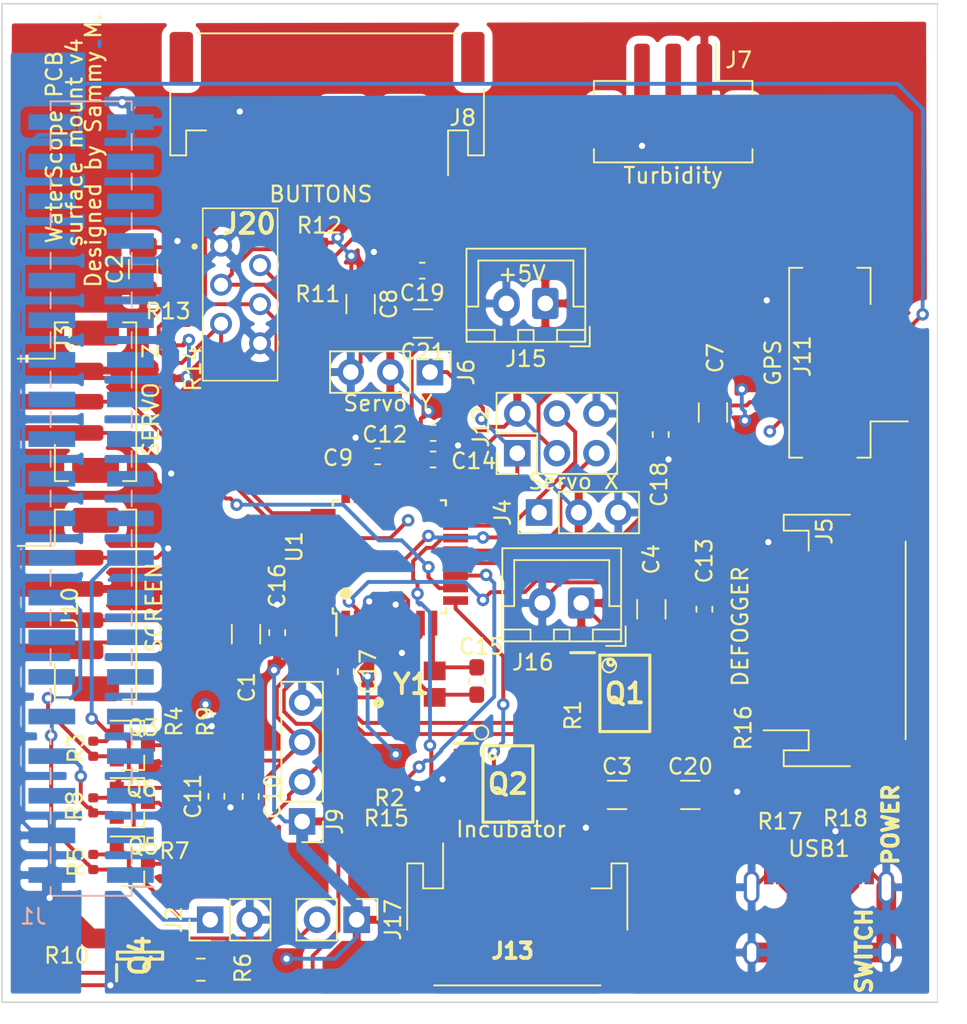
<source format=kicad_pcb>
(kicad_pcb (version 20171130) (host pcbnew "(5.1.6)-1")
  (layers (0 F.Cu signal) (31 B.Cu signal) (34 B.Paste user hide) (35 F.Paste user hide) (36 B.SilkS user hide) (37 F.SilkS user) (38 B.Mask user hide) (39 F.Mask user hide) (44 Edge.Cuts user))
  (net 0 "")
  (net 1 GND)
  (net 2 +5V)
  (net 3 /H_control)
  (net 4 /K_control)
  (net 5 /ARx)
  (net 6 /RTx)
  (net 7 +3V3)
  (net 8 /H-)
  (net 9 /K-)
  (net 10 /Reset)
  (net 11 /ATx)
  (net 12 /RRx)
  (net 13 /Temp_1)
  (net 14 /Turbidity)
  (net 15 /Temp_2)
  (net 16 /LED)
  (net 17 /rReset)
  (net 18 /SDA)
  (net 19 /SCL)
  (net 20 pi_5V)
  (net 21 /servo_z)
  (net 22 /servo_x)
  (net 23 /servo_y)
  (net 24 /GPS_Tx)
  (net 25 /GPS_Rx)
  (net 26 /P_control)
  (net 27 /BUT4)
  (net 28 /BUT3)
  (net 29 /BUT2)
  (net 30 /BUT1)
  (net 31 "Net-(C9-Pad1)")
  (net 32 "Net-(C15-Pad1)")
  (net 33 "Net-(C17-Pad2)")
  (net 34 /UV)
  (net 35 "Net-(R17-Pad1)")
  (net 36 "Net-(R18-Pad2)")
  (net 37 "Net-(J1-Pad40)")
  (net 38 "Net-(J1-Pad38)")
  (net 39 "Net-(J1-Pad37)")
  (net 40 "Net-(J1-Pad36)")
  (net 41 "Net-(J1-Pad35)")
  (net 42 "Net-(J1-Pad34)")
  (net 43 "Net-(J1-Pad33)")
  (net 44 "Net-(J1-Pad32)")
  (net 45 "Net-(J1-Pad31)")
  (net 46 "Net-(J1-Pad30)")
  (net 47 "Net-(J1-Pad29)")
  (net 48 "Net-(J1-Pad28)")
  (net 49 "Net-(J1-Pad27)")
  (net 50 "Net-(J1-Pad26)")
  (net 51 "Net-(J1-Pad25)")
  (net 52 "Net-(J1-Pad24)")
  (net 53 "Net-(J1-Pad23)")
  (net 54 "Net-(J1-Pad22)")
  (net 55 "Net-(J1-Pad21)")
  (net 56 "Net-(J1-Pad20)")
  (net 57 "Net-(J1-Pad19)")
  (net 58 "Net-(J1-Pad18)")
  (net 59 "Net-(J1-Pad15)")
  (net 60 "Net-(J1-Pad14)")
  (net 61 "Net-(J1-Pad13)")
  (net 62 "Net-(J1-Pad12)")
  (net 63 "Net-(J1-Pad11)")
  (net 64 "Net-(J1-Pad9)")
  (net 65 "Net-(J1-Pad7)")
  (net 66 "Net-(J1-Pad6)")
  (net 67 /rSCL)
  (net 68 /rSDA)
  (net 69 "Net-(U1-Pad22)")
  (net 70 "Net-(USB1-Pad3)")
  (net 71 "Net-(USB1-Pad9)")
  (net 72 "Net-(USB1-Pad5)")
  (net 73 "Net-(USB1-Pad8)")
  (net 74 "Net-(USB1-Pad7)")
  (net 75 "Net-(USB1-Pad6)")
  (module SamacSys_Parts:X322516MLB4SI (layer F.Cu) (at 136.65 138.61)
    (fp_text reference Y1 (at -0.4 0) (layer F.SilkS) (effects (font (size 1.27 1.27) (thickness 0.254))))
    (fp_text value X322516MLB4SI hide)
    (pad 4 smd rect (at -1.1 -0.85 90) (size 1.2 1.4) (layers F.Cu F.Paste F.Mask) (net 1 GND))
    (pad 3 smd rect (at 1.1 -0.85 90) (size 1.2 1.4) (layers F.Cu F.Paste F.Mask) (net 32 "Net-(C15-Pad1)"))
    (pad 2 smd rect (at 1.1 0.85 90) (size 1.2 1.4) (layers F.Cu F.Paste F.Mask) (net 1 GND))
    (pad 1 smd rect (at -1.1 0.85 90) (size 1.2 1.4) (layers F.Cu F.Paste F.Mask) (net 33 "Net-(C17-Pad2)"))
  )
  (module SamacSys_Parts:SOT95P230X110-3N (layer F.Cu) (at 118.85 156.01 90)
    (fp_text reference Q4 (at 0 0 90) (layer F.SilkS) (effects (font (size 1.27 1.27) (thickness 0.254))))
    (fp_text value PMV48XP,215 hide)
    (pad 3 smd rect (at 1.1 0 180) (size 0.6 1.05) (layers F.Cu F.Paste F.Mask) (net 20 pi_5V))
    (pad 2 smd rect (at -1.1 0.95 180) (size 0.6 1.05) (layers F.Cu F.Paste F.Mask) (net 2 +5V))
    (pad 1 smd rect (at -1.1 -0.95 180) (size 0.6 1.05) (layers F.Cu F.Paste F.Mask) (net 26 /P_control))
  )
  (module SamacSys_Parts:SOIC127P600X175-8N (layer F.Cu) (at 142.45 145.01)
    (fp_text reference Q2 (at 0 0) (layer F.SilkS) (effects (font (size 1.27 1.27) (thickness 0.254))))
    (fp_text value NTMS4807NR2G hide)
    (pad 8 smd rect (at 2.712 -1.905 90) (size 0.7 1.525) (layers F.Cu F.Paste F.Mask) (net 9 /K-))
    (pad 7 smd rect (at 2.712 -0.635 90) (size 0.7 1.525) (layers F.Cu F.Paste F.Mask) (net 9 /K-))
    (pad 6 smd rect (at 2.712 0.635 90) (size 0.7 1.525) (layers F.Cu F.Paste F.Mask) (net 9 /K-))
    (pad 5 smd rect (at 2.712 1.905 90) (size 0.7 1.525) (layers F.Cu F.Paste F.Mask) (net 9 /K-))
    (pad 4 smd rect (at -2.712 1.905 90) (size 0.7 1.525) (layers F.Cu F.Paste F.Mask) (net 4 /K_control))
    (pad 3 smd rect (at -2.712 0.635 90) (size 0.7 1.525) (layers F.Cu F.Paste F.Mask) (net 1 GND))
    (pad 2 smd rect (at -2.712 -0.635 90) (size 0.7 1.525) (layers F.Cu F.Paste F.Mask) (net 1 GND))
    (pad 1 smd rect (at -2.712 -1.905 90) (size 0.7 1.525) (layers F.Cu F.Paste F.Mask) (net 1 GND))
  )
  (module SamacSys_Parts:SOIC127P600X175-8N (layer F.Cu) (at 149.95 139.2)
    (fp_text reference Q1 (at 0 0) (layer F.SilkS) (effects (font (size 1.27 1.27) (thickness 0.254))))
    (fp_text value NTMS4807NR2G hide)
    (pad 8 smd rect (at 2.712 -1.905 90) (size 0.7 1.525) (layers F.Cu F.Paste F.Mask) (net 8 /H-))
    (pad 7 smd rect (at 2.712 -0.635 90) (size 0.7 1.525) (layers F.Cu F.Paste F.Mask) (net 8 /H-))
    (pad 6 smd rect (at 2.712 0.635 90) (size 0.7 1.525) (layers F.Cu F.Paste F.Mask) (net 8 /H-))
    (pad 5 smd rect (at 2.712 1.905 90) (size 0.7 1.525) (layers F.Cu F.Paste F.Mask) (net 8 /H-))
    (pad 4 smd rect (at -2.712 1.905 90) (size 0.7 1.525) (layers F.Cu F.Paste F.Mask) (net 3 /H_control))
    (pad 3 smd rect (at -2.712 0.635 90) (size 0.7 1.525) (layers F.Cu F.Paste F.Mask) (net 1 GND))
    (pad 2 smd rect (at -2.712 -0.635 90) (size 0.7 1.525) (layers F.Cu F.Paste F.Mask) (net 1 GND))
    (pad 1 smd rect (at -2.712 -1.905 90) (size 0.7 1.525) (layers F.Cu F.Paste F.Mask) (net 1 GND))
  )
  (module Connector_JST:JST_XH_B2B-XH-A_1x02_P2.50mm_Vertical (layer F.Cu) (at 144.85 114.21 180)
    (fp_text reference J15 (at 1.25 -3.55) (layer F.SilkS))
    (fp_text value Conn_01x02_Female)
    (pad 2 thru_hole oval (at 2.5 0 180) (size 1.7 2) (drill 1) (layers *.Cu *.Mask) (net 1 GND))
    (pad 1 thru_hole roundrect (at 0 0 180) (size 1.7 2) (drill 1) (layers *.Cu *.Mask) (roundrect_rratio 0.147059) (net 2 +5V))
  )
  (module Capacitor_SMD:C_0603_1608Metric (layer F.Cu) (at 136.95 112.11 180)
    (fp_text reference C19 (at 0 -1.43) (layer F.SilkS))
    (fp_text value 100nF)
    (pad 2 smd roundrect (at 0.7875 0 180) (size 0.875 0.95) (layers F.Cu F.Paste F.Mask) (net 1 GND))
    (pad 1 smd roundrect (at -0.7875 0 180) (size 0.875 0.95) (layers F.Cu F.Paste F.Mask) (net 2 +5V))
  )
  (module Capacitor_SMD:C_0603_1608Metric (layer F.Cu) (at 152.25 122.61 270)
    (fp_text reference C18 (at 3.2 0.1 90) (layer F.SilkS))
    (fp_text value 100nF)
    (pad 2 smd roundrect (at 0.7875 0 270) (size 0.875 0.95) (layers F.Cu F.Paste F.Mask) (net 1 GND))
    (pad 1 smd roundrect (at -0.7875 0 270) (size 0.875 0.95) (layers F.Cu F.Paste F.Mask) (net 2 +5V))
  )
  (module Capacitor_SMD:C_0603_1608Metric (layer F.Cu) (at 127.65 135.31 90)
    (fp_text reference C16 (at 3 0 90) (layer F.SilkS))
    (fp_text value 100nF)
    (pad 2 smd roundrect (at 0.7875 0 90) (size 0.875 0.95) (layers F.Cu F.Paste F.Mask) (net 1 GND))
    (pad 1 smd roundrect (at -0.7875 0 90) (size 0.875 0.95) (layers F.Cu F.Paste F.Mask) (net 2 +5V))
  )
  (module Capacitor_SMD:C_0603_1608Metric (layer F.Cu) (at 137.65 124.21)
    (fp_text reference C14 (at 2.6 0.1 180) (layer F.SilkS))
    (fp_text value 100nF)
    (pad 2 smd roundrect (at 0.7875 0) (size 0.875 0.95) (layers F.Cu F.Paste F.Mask) (net 1 GND))
    (pad 1 smd roundrect (at -0.7875 0) (size 0.875 0.95) (layers F.Cu F.Paste F.Mask) (net 2 +5V))
  )
  (module Capacitor_SMD:C_0603_1608Metric (layer F.Cu) (at 155.05 133.81 90)
    (fp_text reference C13 (at 3.1 0 90) (layer F.SilkS))
    (fp_text value 100nF)
    (pad 2 smd roundrect (at 0.7875 0 90) (size 0.875 0.95) (layers F.Cu F.Paste F.Mask) (net 1 GND))
    (pad 1 smd roundrect (at -0.7875 0 90) (size 0.875 0.95) (layers F.Cu F.Paste F.Mask) (net 2 +5V))
  )
  (module Capacitor_SMD:C_0603_1608Metric (layer F.Cu) (at 137.65 122.51)
    (fp_text reference C12 (at -3.1 0.1) (layer F.SilkS))
    (fp_text value 1uF)
    (pad 2 smd roundrect (at 0.7875 0) (size 0.875 0.95) (layers F.Cu F.Paste F.Mask) (net 1 GND))
    (pad 1 smd roundrect (at -0.7875 0) (size 0.875 0.95) (layers F.Cu F.Paste F.Mask) (net 2 +5V))
  )
  (module Capacitor_SMD:C_0603_1608Metric (layer F.Cu) (at 123.75 145.8 90)
    (fp_text reference C11 (at 0 -1.5 90) (layer F.SilkS))
    (fp_text value 1uF)
    (pad 2 smd roundrect (at 0.7875 0 90) (size 0.875 0.95) (layers F.Cu F.Paste F.Mask) (net 7 +3V3))
    (pad 1 smd roundrect (at -0.7875 0 90) (size 0.875 0.95) (layers F.Cu F.Paste F.Mask) (net 1 GND))
  )
  (module Capacitor_SMD:C_0603_1608Metric (layer F.Cu) (at 125.95 145.81 270)
    (fp_text reference C10 (at 0 -1.4 90) (layer F.SilkS))
    (fp_text value 100nF)
    (pad 2 smd roundrect (at 0.7875 0 270) (size 0.875 0.95) (layers F.Cu F.Paste F.Mask) (net 1 GND))
    (pad 1 smd roundrect (at -0.7875 0 270) (size 0.875 0.95) (layers F.Cu F.Paste F.Mask) (net 7 +3V3))
  )
  (module Capacitor_SMD:C_0603_1608Metric (layer F.Cu) (at 134.09166 124.01 180)
    (fp_text reference C9 (at 2.54166 -0.1) (layer F.SilkS))
    (fp_text value 100nF)
    (pad 2 smd roundrect (at 0.7875 0 180) (size 0.875 0.95) (layers F.Cu F.Paste F.Mask) (net 1 GND))
    (pad 1 smd roundrect (at -0.7875 0 180) (size 0.875 0.95) (layers F.Cu F.Paste F.Mask) (net 31 "Net-(C9-Pad1)"))
  )
  (module Resistor_SMD:R_0805_2012Metric_Pad1.15x1.40mm_HandSolder (layer F.Cu) (at 122.75 156.91 180)
    (fp_text reference R6 (at -2.7 0.1 90) (layer F.SilkS))
    (fp_text value 0K)
    (pad 2 smd roundrect (at 1.025 0 180) (size 1.15 1.4) (layers F.Cu F.Paste F.Mask) (roundrect_rratio 0.217391) (net 26 /P_control))
    (pad 1 smd roundrect (at -1.025 0 180) (size 1.15 1.4) (layers F.Cu F.Paste F.Mask) (roundrect_rratio 0.217391) (net 2 +5V))
  )
  (module LibraryLoader:06FEBTVKN (layer F.Cu) (at 124.05 110.51 270)
    (fp_text reference J20 (at -1.4 -1.8 180) (layer F.SilkS) (effects (font (size 1.27 1.27) (thickness 0.254))))
    (fp_text value Conn_01x08_Female hide)
    (pad 6 thru_hole circle (at 6.25 -2.5 270) (size 1.4 1.4) (drill 0.9) (layers *.Cu *.Mask) (net 1 GND))
    (pad 5 thru_hole circle (at 5 0 270) (size 1.4 1.4) (drill 0.9) (layers *.Cu *.Mask) (net 27 /BUT4))
    (pad 4 thru_hole circle (at 3.75 -2.5 270) (size 1.4 1.4) (drill 0.9) (layers *.Cu *.Mask) (net 28 /BUT3))
    (pad 3 thru_hole circle (at 2.5 0 270) (size 1.4 1.4) (drill 0.9) (layers *.Cu *.Mask) (net 29 /BUT2))
    (pad 2 thru_hole circle (at 1.25 -2.5 270) (size 1.4 1.4) (drill 0.9) (layers *.Cu *.Mask) (net 30 /BUT1))
    (pad 1 thru_hole circle (at 0 0 270) (size 1.4 1.4) (drill 0.9) (layers *.Cu *.Mask) (net 1 GND))
  )
  (module Connector_JST:JST_XH_B2B-XH-A_1x02_P2.50mm_Vertical (layer F.Cu) (at 147.15 133.41 180)
    (fp_text reference J16 (at 3.1 -3.8) (layer F.SilkS))
    (fp_text value Conn_01x02_Female)
    (pad 2 thru_hole oval (at 2.5 0 180) (size 1.7 2) (drill 1) (layers *.Cu *.Mask) (net 1 GND))
    (pad 1 thru_hole roundrect (at 0 0 180) (size 1.7 2) (drill 1) (layers *.Cu *.Mask) (roundrect_rratio 0.147059) (net 2 +5V))
  )
  (module Type-C:HRO-TYPE-C-31-M-12-Assembly (layer F.Cu) (at 162.4 158.41)
    (fp_text reference USB1 (at 0 -9.25) (layer F.SilkS))
    (fp_text value HRO-TYPE-C-31-M-12)
    (pad 12 smd rect (at 3.225 -7.695) (size 0.6 1.45) (layers F.Cu F.Paste F.Mask) (net 1 GND))
    (pad 1 smd rect (at -3.225 -7.695) (size 0.6 1.45) (layers F.Cu F.Paste F.Mask) (net 1 GND))
    (pad 11 smd rect (at 2.45 -7.695) (size 0.6 1.45) (layers F.Cu F.Paste F.Mask) (net 2 +5V))
    (pad 2 smd rect (at -2.45 -7.695) (size 0.6 1.45) (layers F.Cu F.Paste F.Mask) (net 2 +5V))
    (pad 3 smd rect (at -1.75 -7.695) (size 0.3 1.45) (layers F.Cu F.Paste F.Mask) (net 70 "Net-(USB1-Pad3)"))
    (pad 10 smd rect (at 1.75 -7.695) (size 0.3 1.45) (layers F.Cu F.Paste F.Mask) (net 36 "Net-(R18-Pad2)"))
    (pad 4 smd rect (at -1.25 -7.695) (size 0.3 1.45) (layers F.Cu F.Paste F.Mask) (net 35 "Net-(R17-Pad1)"))
    (pad 9 smd rect (at 1.25 -7.695) (size 0.3 1.45) (layers F.Cu F.Paste F.Mask) (net 71 "Net-(USB1-Pad9)"))
    (pad 5 smd rect (at -0.75 -7.695) (size 0.3 1.45) (layers F.Cu F.Paste F.Mask) (net 72 "Net-(USB1-Pad5)"))
    (pad 8 smd rect (at 0.75 -7.695) (size 0.3 1.45) (layers F.Cu F.Paste F.Mask) (net 73 "Net-(USB1-Pad8)"))
    (pad 7 smd rect (at 0.25 -7.695) (size 0.3 1.45) (layers F.Cu F.Paste F.Mask) (net 74 "Net-(USB1-Pad7)"))
    (pad 6 smd rect (at -0.25 -7.695) (size 0.3 1.45) (layers F.Cu F.Paste F.Mask) (net 75 "Net-(USB1-Pad6)"))
    (pad "" np_thru_hole circle (at 2.89 -6.25) (size 0.65 0.65) (drill 0.65) (layers *.Cu *.Mask))
    (pad "" np_thru_hole circle (at -2.89 -6.25) (size 0.65 0.65) (drill 0.65) (layers *.Cu *.Mask))
    (pad 13 thru_hole oval (at -4.32 -6.78) (size 1 2.1) (drill oval 0.6 1.7) (layers *.Cu *.Mask) (net 1 GND))
    (pad 13 thru_hole oval (at 4.32 -6.78) (size 1 2.1) (drill oval 0.6 1.7) (layers *.Cu *.Mask) (net 1 GND))
    (pad 13 thru_hole oval (at -4.32 -2.6) (size 1 1.6) (drill oval 0.6 1.2) (layers *.Cu *.Mask) (net 1 GND))
    (pad 13 thru_hole oval (at 4.32 -2.6) (size 1 1.6) (drill oval 0.6 1.2) (layers *.Cu *.Mask) (net 1 GND))
  )
  (module Resistor_SMD:R_0402_1005Metric (layer F.Cu) (at 164.2 148.81 270)
    (fp_text reference R18 (at -1.6 0.1 180) (layer F.SilkS))
    (fp_text value 5.1K)
    (pad 2 smd roundrect (at 0.485 0 270) (size 0.59 0.64) (layers F.Cu F.Paste F.Mask) (net 36 "Net-(R18-Pad2)"))
    (pad 1 smd roundrect (at -0.485 0 270) (size 0.59 0.64) (layers F.Cu F.Paste F.Mask) (net 1 GND))
  )
  (module Resistor_SMD:R_0402_1005Metric (layer F.Cu) (at 159.8 148.81 90)
    (fp_text reference R17 (at 1.4 0.1 180) (layer F.SilkS))
    (fp_text value 5.1K)
    (pad 2 smd roundrect (at 0.485 0 90) (size 0.59 0.64) (layers F.Cu F.Paste F.Mask) (net 1 GND))
    (pad 1 smd roundrect (at -0.485 0 90) (size 0.59 0.64) (layers F.Cu F.Paste F.Mask) (net 35 "Net-(R17-Pad1)"))
  )
  (module Connector_JST:JST_PH_B3B-PH-SM4-TB_1x03-1MP_P2.00mm_Vertical (layer F.Cu) (at 153.05 100.81 180)
    (fp_text reference J7 (at -4.2 2.2) (layer F.SilkS))
    (fp_text value Z)
    (pad MP smd roundrect (at 4.4 -1.75 180) (size 1.6 3) (layers F.Cu F.Paste F.Mask) (roundrect_rratio 0.15625))
    (pad MP smd roundrect (at -4.4 -1.75 180) (size 1.6 3) (layers F.Cu F.Paste F.Mask) (roundrect_rratio 0.15625))
    (pad 3 smd roundrect (at 2 0.5 180) (size 1 5.5) (layers F.Cu F.Paste F.Mask) (net 1 GND))
    (pad 2 smd roundrect (at 0 0.5 180) (size 1 5.5) (layers F.Cu F.Paste F.Mask) (net 14 /Turbidity))
    (pad 1 smd roundrect (at -2 0.5 180) (size 1 5.5) (layers F.Cu F.Paste F.Mask) (net 2 +5V))
  )
  (module Resistor_SMD:R_0402_1005Metric (layer F.Cu) (at 114.15 157.11 180)
    (fp_text reference R10 (at 0 1.1) (layer F.SilkS))
    (fp_text value 10K)
    (pad 2 smd roundrect (at 0.485 0 180) (size 0.59 0.64) (layers F.Cu F.Paste F.Mask) (net 1 GND))
    (pad 1 smd roundrect (at -0.485 0 180) (size 0.59 0.64) (layers F.Cu F.Paste F.Mask) (net 26 /P_control))
  )
  (module Connector_JST:JST_PH_B3B-PH-SM4-TB_1x03-1MP_P2.00mm_Vertical (layer F.Cu) (at 114.25 120.51 270)
    (fp_text reference J3 (at -4.1 0.3 90) (layer F.SilkS))
    (fp_text value Z)
    (pad MP smd roundrect (at 4.4 -1.75 270) (size 1.6 3) (layers F.Cu F.Paste F.Mask) (roundrect_rratio 0.15625))
    (pad MP smd roundrect (at -4.4 -1.75 270) (size 1.6 3) (layers F.Cu F.Paste F.Mask) (roundrect_rratio 0.15625))
    (pad 3 smd roundrect (at 2 0.5 270) (size 1 5.5) (layers F.Cu F.Paste F.Mask) (net 1 GND))
    (pad 2 smd roundrect (at 0 0.5 270) (size 1 5.5) (layers F.Cu F.Paste F.Mask) (net 21 /servo_z))
    (pad 1 smd roundrect (at -2 0.5 270) (size 1 5.5) (layers F.Cu F.Paste F.Mask) (net 2 +5V))
  )
  (module Resistor_SMD:R_0402_1005Metric (layer F.Cu) (at 157.65 139.01 270)
    (fp_text reference R16 (at 2.4 0.1 90) (layer F.SilkS))
    (fp_text value 5.1K)
    (pad 2 smd roundrect (at 0.485 0 270) (size 0.59 0.64) (layers F.Cu F.Paste F.Mask) (net 13 /Temp_1))
    (pad 1 smd roundrect (at -0.485 0 270) (size 0.59 0.64) (layers F.Cu F.Paste F.Mask) (net 2 +5V))
  )
  (module Resistor_SMD:R_0402_1005Metric (layer F.Cu) (at 137.05 147.21)
    (fp_text reference R15 (at -2.4 0) (layer F.SilkS))
    (fp_text value 5.1K)
    (pad 2 smd roundrect (at 0.485 0) (size 0.59 0.64) (layers F.Cu F.Paste F.Mask) (net 15 /Temp_2))
    (pad 1 smd roundrect (at -0.485 0) (size 0.59 0.64) (layers F.Cu F.Paste F.Mask) (net 2 +5V))
  )
  (module Connector_JST:JST_PH_S8B-PH-SM4-TB_1x08-1MP_P2.00mm_Horizontal (layer F.Cu) (at 130.85 101.41 180)
    (fp_text reference J8 (at -8.7 -0.9) (layer F.SilkS))
    (fp_text value Conn_01x08_Female)
    (pad MP smd roundrect (at 9.35 2.9 180) (size 1.5 3.4) (layers F.Cu F.Paste F.Mask) (roundrect_rratio 0.166667))
    (pad MP smd roundrect (at -9.35 2.9 180) (size 1.5 3.4) (layers F.Cu F.Paste F.Mask) (roundrect_rratio 0.166667))
    (pad 8 smd roundrect (at 7 -2.85 180) (size 1 3.5) (layers F.Cu F.Paste F.Mask) (net 27 /BUT4))
    (pad 7 smd roundrect (at 5 -2.85 180) (size 1 3.5) (layers F.Cu F.Paste F.Mask) (net 1 GND))
    (pad 6 smd roundrect (at 3 -2.85 180) (size 1 3.5) (layers F.Cu F.Paste F.Mask) (net 28 /BUT3))
    (pad 5 smd roundrect (at 1 -2.85 180) (size 1 3.5) (layers F.Cu F.Paste F.Mask) (net 1 GND))
    (pad 4 smd roundrect (at -1 -2.85 180) (size 1 3.5) (layers F.Cu F.Paste F.Mask) (net 29 /BUT2))
    (pad 3 smd roundrect (at -3 -2.85 180) (size 1 3.5) (layers F.Cu F.Paste F.Mask) (net 1 GND))
    (pad 2 smd roundrect (at -5 -2.85 180) (size 1 3.5) (layers F.Cu F.Paste F.Mask) (net 30 /BUT1))
    (pad 1 smd roundrect (at -7 -2.85 180) (size 1 3.5) (layers F.Cu F.Paste F.Mask) (net 1 GND))
  )
  (module Resistor_SMD:R_1206_3216Metric (layer F.Cu) (at 137 115.5 180)
    (fp_text reference C21 (at 0 -1.82) (layer F.SilkS))
    (fp_text value "100 uF")
    (pad 2 smd roundrect (at 1.4 0 180) (size 1.25 1.75) (layers F.Cu F.Paste F.Mask) (roundrect_rratio 0.2) (net 1 GND))
    (pad 1 smd roundrect (at -1.4 0 180) (size 1.25 1.75) (layers F.Cu F.Paste F.Mask) (roundrect_rratio 0.2) (net 2 +5V))
  )
  (module Resistor_SMD:R_1206_3216Metric (layer F.Cu) (at 154.15 145.71)
    (fp_text reference C20 (at 0 -1.82) (layer F.SilkS))
    (fp_text value "100 uF")
    (pad 2 smd roundrect (at 1.4 0) (size 1.25 1.75) (layers F.Cu F.Paste F.Mask) (roundrect_rratio 0.2) (net 1 GND))
    (pad 1 smd roundrect (at -1.4 0) (size 1.25 1.75) (layers F.Cu F.Paste F.Mask) (roundrect_rratio 0.2) (net 2 +5V))
  )
  (module Resistor_SMD:R_1206_3216Metric (layer F.Cu) (at 133 114.25 270)
    (fp_text reference C8 (at 0 -1.82 90) (layer F.SilkS))
    (fp_text value "100 uF")
    (pad 2 smd roundrect (at 1.4 0 270) (size 1.25 1.75) (layers F.Cu F.Paste F.Mask) (roundrect_rratio 0.2) (net 1 GND))
    (pad 1 smd roundrect (at -1.4 0 270) (size 1.25 1.75) (layers F.Cu F.Paste F.Mask) (roundrect_rratio 0.2) (net 2 +5V))
  )
  (module Resistor_SMD:R_1206_3216Metric (layer F.Cu) (at 155.6 121.2 90)
    (fp_text reference C7 (at 3.49 0.15 90) (layer F.SilkS))
    (fp_text value "100 uF")
    (pad 2 smd roundrect (at 1.4 0 90) (size 1.25 1.75) (layers F.Cu F.Paste F.Mask) (roundrect_rratio 0.2) (net 1 GND))
    (pad 1 smd roundrect (at -1.4 0 90) (size 1.25 1.75) (layers F.Cu F.Paste F.Mask) (roundrect_rratio 0.2) (net 2 +5V))
  )
  (module Resistor_SMD:R_1206_3216Metric (layer F.Cu) (at 151.65 133.81 90)
    (fp_text reference C4 (at 3.2 0 90) (layer F.SilkS))
    (fp_text value "100 uF")
    (pad 2 smd roundrect (at 1.4 0 90) (size 1.25 1.75) (layers F.Cu F.Paste F.Mask) (roundrect_rratio 0.2) (net 1 GND))
    (pad 1 smd roundrect (at -1.4 0 90) (size 1.25 1.75) (layers F.Cu F.Paste F.Mask) (roundrect_rratio 0.2) (net 2 +5V))
  )
  (module Resistor_SMD:R_1206_3216Metric (layer F.Cu) (at 149.45 145.71)
    (fp_text reference C3 (at 0 -1.82) (layer F.SilkS))
    (fp_text value "100 uF")
    (pad 2 smd roundrect (at 1.4 0) (size 1.25 1.75) (layers F.Cu F.Paste F.Mask) (roundrect_rratio 0.2) (net 1 GND))
    (pad 1 smd roundrect (at -1.4 0) (size 1.25 1.75) (layers F.Cu F.Paste F.Mask) (roundrect_rratio 0.2) (net 2 +5V))
  )
  (module Resistor_SMD:R_1206_3216Metric (layer F.Cu) (at 119.05 112.01 90)
    (fp_text reference C2 (at 0 -1.82 90) (layer F.SilkS))
    (fp_text value "100 uF")
    (pad 2 smd roundrect (at 1.4 0 90) (size 1.25 1.75) (layers F.Cu F.Paste F.Mask) (roundrect_rratio 0.2) (net 1 GND))
    (pad 1 smd roundrect (at -1.4 0 90) (size 1.25 1.75) (layers F.Cu F.Paste F.Mask) (roundrect_rratio 0.2) (net 2 +5V))
  )
  (module Resistor_SMD:R_1206_3216Metric (layer F.Cu) (at 125.65 135.41 90)
    (fp_text reference C1 (at -3.41 0.05 90) (layer F.SilkS))
    (fp_text value "100 uF")
    (pad 2 smd roundrect (at 1.4 0 90) (size 1.25 1.75) (layers F.Cu F.Paste F.Mask) (roundrect_rratio 0.2) (net 1 GND))
    (pad 1 smd roundrect (at -1.4 0 90) (size 1.25 1.75) (layers F.Cu F.Paste F.Mask) (roundrect_rratio 0.2) (net 2 +5V))
  )
  (module Resistor_SMD:R_0402_1005Metric (layer F.Cu) (at 120.85 118.51 90)
    (fp_text reference R14 (at 0.1 1.4 270) (layer F.SilkS))
    (fp_text value 10K)
    (pad 2 smd roundrect (at 0.485 0 90) (size 0.59 0.64) (layers F.Cu F.Paste F.Mask) (net 27 /BUT4))
    (pad 1 smd roundrect (at -0.485 0 90) (size 0.59 0.64) (layers F.Cu F.Paste F.Mask) (net 2 +5V))
  )
  (module Resistor_SMD:R_0402_1005Metric (layer F.Cu) (at 120.85 116.41 90)
    (fp_text reference R13 (at 1.7 -0.2 180) (layer F.SilkS))
    (fp_text value 10K)
    (pad 2 smd roundrect (at 0.485 0 90) (size 0.59 0.64) (layers F.Cu F.Paste F.Mask) (net 28 /BUT3))
    (pad 1 smd roundrect (at -0.485 0 90) (size 0.59 0.64) (layers F.Cu F.Paste F.Mask) (net 2 +5V))
  )
  (module Resistor_SMD:R_0402_1005Metric (layer F.Cu) (at 130.15 110.31 180)
    (fp_text reference R12 (at -0.2 1.1 180) (layer F.SilkS))
    (fp_text value 10K)
    (pad 2 smd roundrect (at 0.485 0 180) (size 0.59 0.64) (layers F.Cu F.Paste F.Mask) (net 29 /BUT2))
    (pad 1 smd roundrect (at -0.485 0 180) (size 0.59 0.64) (layers F.Cu F.Paste F.Mask) (net 2 +5V))
  )
  (module Resistor_SMD:R_0402_1005Metric (layer F.Cu) (at 130.15 112.51 180)
    (fp_text reference R11 (at -0.1 -1.1) (layer F.SilkS))
    (fp_text value 10K)
    (pad 2 smd roundrect (at 0.485 0 180) (size 0.59 0.64) (layers F.Cu F.Paste F.Mask) (net 30 /BUT1))
    (pad 1 smd roundrect (at -0.485 0 180) (size 0.59 0.64) (layers F.Cu F.Paste F.Mask) (net 2 +5V))
  )
  (module Resistor_SMD:R_0402_1005Metric (layer F.Cu) (at 122.85 143.01 90)
    (fp_text reference R9 (at 2 0.2 90) (layer F.SilkS))
    (fp_text value 10K)
    (pad 2 smd roundrect (at 0.485 0 90) (size 0.59 0.64) (layers F.Cu F.Paste F.Mask) (net 5 /ARx))
    (pad 1 smd roundrect (at -0.485 0 90) (size 0.59 0.64) (layers F.Cu F.Paste F.Mask) (net 2 +5V))
  )
  (module Resistor_SMD:R_0402_1005Metric (layer F.Cu) (at 115.85 146.38 270)
    (fp_text reference R8 (at 0.03 1.2 90) (layer F.SilkS))
    (fp_text value 10K)
    (pad 2 smd roundrect (at 0.485 0 270) (size 0.59 0.64) (layers F.Cu F.Paste F.Mask) (net 6 /RTx))
    (pad 1 smd roundrect (at -0.485 0 270) (size 0.59 0.64) (layers F.Cu F.Paste F.Mask) (net 7 +3V3))
  )
  (module Resistor_SMD:R_0402_1005Metric (layer F.Cu) (at 121 150.61 90)
    (fp_text reference R7 (at 1.31 0.06 180) (layer F.SilkS))
    (fp_text value 10K)
    (pad 2 smd roundrect (at 0.485 0 90) (size 0.59 0.64) (layers F.Cu F.Paste F.Mask) (net 11 /ATx))
    (pad 1 smd roundrect (at -0.485 0 90) (size 0.59 0.64) (layers F.Cu F.Paste F.Mask) (net 2 +5V))
  )
  (module Resistor_SMD:R_0402_1005Metric (layer F.Cu) (at 115.85 150.01 270)
    (fp_text reference R5 (at 0 1.1 90) (layer F.SilkS))
    (fp_text value 10K)
    (pad 2 smd roundrect (at 0.485 0 270) (size 0.59 0.64) (layers F.Cu F.Paste F.Mask) (net 12 /RRx))
    (pad 1 smd roundrect (at -0.485 0 270) (size 0.59 0.64) (layers F.Cu F.Paste F.Mask) (net 7 +3V3))
  )
  (module Resistor_SMD:R_0402_1005Metric (layer F.Cu) (at 121 143.01 90)
    (fp_text reference R4 (at 2 0.05 90) (layer F.SilkS))
    (fp_text value 10K)
    (pad 2 smd roundrect (at 0.485 0 90) (size 0.59 0.64) (layers F.Cu F.Paste F.Mask) (net 10 /Reset))
    (pad 1 smd roundrect (at -0.485 0 90) (size 0.59 0.64) (layers F.Cu F.Paste F.Mask) (net 2 +5V))
  )
  (module Resistor_SMD:R_0402_1005Metric (layer F.Cu) (at 115.85 142.75 270)
    (fp_text reference R3 (at -0.04 1.1 90) (layer F.SilkS))
    (fp_text value 10K)
    (pad 2 smd roundrect (at 0.485 0 270) (size 0.59 0.64) (layers F.Cu F.Paste F.Mask) (net 17 /rReset))
    (pad 1 smd roundrect (at -0.485 0 270) (size 0.59 0.64) (layers F.Cu F.Paste F.Mask) (net 7 +3V3))
  )
  (module Resistor_SMD:R_0402_1005Metric (layer F.Cu) (at 137.05 146.01)
    (fp_text reference R2 (at -2.2 -0.1) (layer F.SilkS))
    (fp_text value 10K)
    (pad 2 smd roundrect (at 0.485 0) (size 0.59 0.64) (layers F.Cu F.Paste F.Mask) (net 4 /K_control))
    (pad 1 smd roundrect (at -0.485 0) (size 0.59 0.64) (layers F.Cu F.Paste F.Mask) (net 1 GND))
  )
  (module Resistor_SMD:R_0402_1005Metric (layer F.Cu) (at 145.45 140.61 270)
    (fp_text reference R1 (at 0 -1.17 90) (layer F.SilkS))
    (fp_text value 10K)
    (pad 2 smd roundrect (at 0.485 0 270) (size 0.59 0.64) (layers F.Cu F.Paste F.Mask) (net 3 /H_control))
    (pad 1 smd roundrect (at -0.485 0 270) (size 0.59 0.64) (layers F.Cu F.Paste F.Mask) (net 1 GND))
  )
  (module Connector_PinHeader_2.54mm:PinHeader_1x02_P2.54mm_Vertical (layer F.Cu) (at 123.35 153.71 90)
    (fp_text reference J2 (at 0 -2.33 90) (layer F.SilkS))
    (fp_text value Conn_01x02_Female)
    (pad 2 thru_hole oval (at 0 2.54 90) (size 1.7 1.7) (drill 1) (layers *.Cu *.Mask) (net 1 GND))
    (pad 1 thru_hole rect (at 0 0 90) (size 1.7 1.7) (drill 1) (layers *.Cu *.Mask) (net 7 +3V3))
  )
  (module Connector_PinHeader_2.54mm:PinHeader_1x03_P2.54mm_Vertical (layer F.Cu) (at 137.45 118.61 270)
    (fp_text reference J6 (at 0 -2.33 90) (layer F.SilkS))
    (fp_text value Z)
    (pad 3 thru_hole oval (at 0 5.08 270) (size 1.7 1.7) (drill 1) (layers *.Cu *.Mask) (net 1 GND))
    (pad 2 thru_hole oval (at 0 2.54 270) (size 1.7 1.7) (drill 1) (layers *.Cu *.Mask) (net 2 +5V))
    (pad 1 thru_hole rect (at 0 0 270) (size 1.7 1.7) (drill 1) (layers *.Cu *.Mask) (net 23 /servo_y))
  )
  (module Connector_PinHeader_2.54mm:PinHeader_1x03_P2.54mm_Vertical (layer F.Cu) (at 144.45 127.61 90)
    (fp_text reference J4 (at 0 -2.33 90) (layer F.SilkS))
    (fp_text value Z)
    (pad 3 thru_hole oval (at 0 5.08 90) (size 1.7 1.7) (drill 1) (layers *.Cu *.Mask) (net 1 GND))
    (pad 2 thru_hole oval (at 0 2.54 90) (size 1.7 1.7) (drill 1) (layers *.Cu *.Mask) (net 2 +5V))
    (pad 1 thru_hole rect (at 0 0 90) (size 1.7 1.7) (drill 1) (layers *.Cu *.Mask) (net 22 /servo_x))
  )
  (module Package_TO_SOT_SMD:SOT-23 (layer F.Cu) (at 118.35964 146.21)
    (fp_text reference Q6 (at 0.59036 -0.9 180) (layer F.SilkS))
    (fp_text value BSS138)
    (pad 3 smd rect (at 1 0) (size 0.9 0.8) (layers F.Cu F.Paste F.Mask) (net 5 /ARx))
    (pad 2 smd rect (at -1 0.95) (size 0.9 0.8) (layers F.Cu F.Paste F.Mask) (net 6 /RTx))
    (pad 1 smd rect (at -1 -0.95) (size 0.9 0.8) (layers F.Cu F.Paste F.Mask) (net 7 +3V3))
  )
  (module Connector_PinSocket_2.54mm:PinSocket_2x20_P2.54mm_Vertical_SMD (layer B.Cu) (at 115.7145 126.71598)
    (fp_text reference J1 (at -3.7145 26.78402) (layer B.SilkS) (effects (justify mirror)))
    (fp_text value Raspberry_Pi_2_3)
    (pad 40 smd rect (at -2.52 -24.13) (size 3 1) (layers B.Cu B.Paste B.Mask) (net 37 "Net-(J1-Pad40)"))
    (pad 39 smd rect (at 2.52 -24.13) (size 3 1) (layers B.Cu B.Paste B.Mask) (net 1 GND))
    (pad 38 smd rect (at -2.52 -21.59) (size 3 1) (layers B.Cu B.Paste B.Mask) (net 38 "Net-(J1-Pad38)"))
    (pad 37 smd rect (at 2.52 -21.59) (size 3 1) (layers B.Cu B.Paste B.Mask) (net 39 "Net-(J1-Pad37)"))
    (pad 36 smd rect (at -2.52 -19.05) (size 3 1) (layers B.Cu B.Paste B.Mask) (net 40 "Net-(J1-Pad36)"))
    (pad 35 smd rect (at 2.52 -19.05) (size 3 1) (layers B.Cu B.Paste B.Mask) (net 41 "Net-(J1-Pad35)"))
    (pad 34 smd rect (at -2.52 -16.51) (size 3 1) (layers B.Cu B.Paste B.Mask) (net 42 "Net-(J1-Pad34)"))
    (pad 33 smd rect (at 2.52 -16.51) (size 3 1) (layers B.Cu B.Paste B.Mask) (net 43 "Net-(J1-Pad33)"))
    (pad 32 smd rect (at -2.52 -13.97) (size 3 1) (layers B.Cu B.Paste B.Mask) (net 44 "Net-(J1-Pad32)"))
    (pad 31 smd rect (at 2.52 -13.97) (size 3 1) (layers B.Cu B.Paste B.Mask) (net 45 "Net-(J1-Pad31)"))
    (pad 30 smd rect (at -2.52 -11.43) (size 3 1) (layers B.Cu B.Paste B.Mask) (net 46 "Net-(J1-Pad30)"))
    (pad 29 smd rect (at 2.52 -11.43) (size 3 1) (layers B.Cu B.Paste B.Mask) (net 47 "Net-(J1-Pad29)"))
    (pad 28 smd rect (at -2.52 -8.89) (size 3 1) (layers B.Cu B.Paste B.Mask) (net 48 "Net-(J1-Pad28)"))
    (pad 27 smd rect (at 2.52 -8.89) (size 3 1) (layers B.Cu B.Paste B.Mask) (net 49 "Net-(J1-Pad27)"))
    (pad 26 smd rect (at -2.52 -6.35) (size 3 1) (layers B.Cu B.Paste B.Mask) (net 50 "Net-(J1-Pad26)"))
    (pad 25 smd rect (at 2.52 -6.35) (size 3 1) (layers B.Cu B.Paste B.Mask) (net 51 "Net-(J1-Pad25)"))
    (pad 24 smd rect (at -2.52 -3.81) (size 3 1) (layers B.Cu B.Paste B.Mask) (net 52 "Net-(J1-Pad24)"))
    (pad 23 smd rect (at 2.52 -3.81) (size 3 1) (layers B.Cu B.Paste B.Mask) (net 53 "Net-(J1-Pad23)"))
    (pad 22 smd rect (at -2.52 -1.27) (size 3 1) (layers B.Cu B.Paste B.Mask) (net 54 "Net-(J1-Pad22)"))
    (pad 21 smd rect (at 2.52 -1.27) (size 3 1) (layers B.Cu B.Paste B.Mask) (net 55 "Net-(J1-Pad21)"))
    (pad 20 smd rect (at -2.52 1.27) (size 3 1) (layers B.Cu B.Paste B.Mask) (net 56 "Net-(J1-Pad20)"))
    (pad 19 smd rect (at 2.52 1.27) (size 3 1) (layers B.Cu B.Paste B.Mask) (net 57 "Net-(J1-Pad19)"))
    (pad 18 smd rect (at -2.52 3.81) (size 3 1) (layers B.Cu B.Paste B.Mask) (net 58 "Net-(J1-Pad18)"))
    (pad 17 smd rect (at 2.52 3.81) (size 3 1) (layers B.Cu B.Paste B.Mask) (net 7 +3V3))
    (pad 16 smd rect (at -2.52 6.35) (size 3 1) (layers B.Cu B.Paste B.Mask) (net 17 /rReset))
    (pad 15 smd rect (at 2.52 6.35) (size 3 1) (layers B.Cu B.Paste B.Mask) (net 59 "Net-(J1-Pad15)"))
    (pad 14 smd rect (at -2.52 8.89) (size 3 1) (layers B.Cu B.Paste B.Mask) (net 60 "Net-(J1-Pad14)"))
    (pad 13 smd rect (at 2.52 8.89) (size 3 1) (layers B.Cu B.Paste B.Mask) (net 61 "Net-(J1-Pad13)"))
    (pad 12 smd rect (at -2.52 11.43) (size 3 1) (layers B.Cu B.Paste B.Mask) (net 62 "Net-(J1-Pad12)"))
    (pad 11 smd rect (at 2.52 11.43) (size 3 1) (layers B.Cu B.Paste B.Mask) (net 63 "Net-(J1-Pad11)"))
    (pad 10 smd rect (at -2.52 13.97) (size 3 1) (layers B.Cu B.Paste B.Mask) (net 12 /RRx))
    (pad 9 smd rect (at 2.52 13.97) (size 3 1) (layers B.Cu B.Paste B.Mask) (net 64 "Net-(J1-Pad9)"))
    (pad 8 smd rect (at -2.52 16.51) (size 3 1) (layers B.Cu B.Paste B.Mask) (net 6 /RTx))
    (pad 7 smd rect (at 2.52 16.51) (size 3 1) (layers B.Cu B.Paste B.Mask) (net 65 "Net-(J1-Pad7)"))
    (pad 6 smd rect (at -2.52 19.05) (size 3 1) (layers B.Cu B.Paste B.Mask) (net 66 "Net-(J1-Pad6)"))
    (pad 5 smd rect (at 2.52 19.05) (size 3 1) (layers B.Cu B.Paste B.Mask) (net 67 /rSCL))
    (pad 4 smd rect (at -2.52 21.59) (size 3 1) (layers B.Cu B.Paste B.Mask) (net 20 pi_5V))
    (pad 3 smd rect (at 2.52 21.59) (size 3 1) (layers B.Cu B.Paste B.Mask) (net 68 /rSDA))
    (pad 2 smd rect (at -2.52 24.13) (size 3 1) (layers B.Cu B.Paste B.Mask) (net 20 pi_5V))
    (pad 1 smd rect (at 2.52 24.13) (size 3 1) (layers B.Cu B.Paste B.Mask) (net 7 +3V3))
  )
  (module Connector_PinHeader_2.54mm:PinHeader_1x02_P2.54mm_Vertical (layer F.Cu) (at 132.75 153.71 270)
    (fp_text reference J17 (at 0 -2.33 90) (layer F.SilkS))
    (fp_text value Conn_01x02_Female)
    (pad 2 thru_hole oval (at 0 2.54 270) (size 1.7 1.7) (drill 1) (layers *.Cu *.Mask) (net 20 pi_5V))
    (pad 1 thru_hole rect (at 0 0 270) (size 1.7 1.7) (drill 1) (layers *.Cu *.Mask) (net 2 +5V))
  )
  (module Connector_JST:JST_PH_B4B-PH-SM4-TB_1x04-1MP_P2.00mm_Vertical (layer F.Cu) (at 114.25 133.51 270)
    (fp_text reference J10 (at 0.2 -0.1 90) (layer F.SilkS))
    (fp_text value Conn_01x04_Female)
    (pad MP smd roundrect (at 5.4 -1.75 270) (size 1.6 3) (layers F.Cu F.Paste F.Mask) (roundrect_rratio 0.15625))
    (pad MP smd roundrect (at -5.4 -1.75 270) (size 1.6 3) (layers F.Cu F.Paste F.Mask) (roundrect_rratio 0.15625))
    (pad 4 smd roundrect (at 3 0.5 270) (size 1 5.5) (layers F.Cu F.Paste F.Mask) (net 19 /SCL))
    (pad 3 smd roundrect (at 1 0.5 270) (size 1 5.5) (layers F.Cu F.Paste F.Mask) (net 18 /SDA))
    (pad 2 smd roundrect (at -1 0.5 270) (size 1 5.5) (layers F.Cu F.Paste F.Mask) (net 2 +5V))
    (pad 1 smd roundrect (at -3 0.5 270) (size 1 5.5) (layers F.Cu F.Paste F.Mask) (net 1 GND))
  )
  (module Connector_JST:JST_PH_B4B-PH-SM4-TB_1x04-1MP_P2.00mm_Vertical (layer F.Cu) (at 164.85 118.01 90)
    (fp_text reference J11 (at 0.42 -3.5 90) (layer F.SilkS))
    (fp_text value Conn_01x04_Female)
    (pad MP smd roundrect (at 5.4 -1.75 90) (size 1.6 3) (layers F.Cu F.Paste F.Mask) (roundrect_rratio 0.15625))
    (pad MP smd roundrect (at -5.4 -1.75 90) (size 1.6 3) (layers F.Cu F.Paste F.Mask) (roundrect_rratio 0.15625))
    (pad 4 smd roundrect (at 3 0.5 90) (size 1 5.5) (layers F.Cu F.Paste F.Mask) (net 1 GND))
    (pad 3 smd roundrect (at 1 0.5 90) (size 1 5.5) (layers F.Cu F.Paste F.Mask) (net 24 /GPS_Tx))
    (pad 2 smd roundrect (at -1 0.5 90) (size 1 5.5) (layers F.Cu F.Paste F.Mask) (net 25 /GPS_Rx))
    (pad 1 smd roundrect (at -3 0.5 90) (size 1 5.5) (layers F.Cu F.Paste F.Mask) (net 20 pi_5V))
  )
  (module Connector_JST:JST_PH_S6B-PH-SM4-TB_1x06-1MP_P2.00mm_Horizontal (layer F.Cu) (at 163.45 135.81 90)
    (fp_text reference J5 (at 7 -0.7 90) (layer F.SilkS))
    (fp_text value Defogger)
    (pad MP smd roundrect (at 7.35 2.9 90) (size 1.5 3.4) (layers F.Cu F.Paste F.Mask) (roundrect_rratio 0.166667))
    (pad MP smd roundrect (at -7.35 2.9 90) (size 1.5 3.4) (layers F.Cu F.Paste F.Mask) (roundrect_rratio 0.166667))
    (pad 6 smd roundrect (at 5 -2.85 90) (size 1 3.5) (layers F.Cu F.Paste F.Mask) (net 1 GND))
    (pad 5 smd roundrect (at 3 -2.85 90) (size 1 3.5) (layers F.Cu F.Paste F.Mask) (net 34 /UV))
    (pad 4 smd roundrect (at 1 -2.85 90) (size 1 3.5) (layers F.Cu F.Paste F.Mask) (net 8 /H-))
    (pad 3 smd roundrect (at -1 -2.85 90) (size 1 3.5) (layers F.Cu F.Paste F.Mask) (net 16 /LED))
    (pad 2 smd roundrect (at -3 -2.85 90) (size 1 3.5) (layers F.Cu F.Paste F.Mask) (net 13 /Temp_1))
    (pad 1 smd roundrect (at -5 -2.85 90) (size 1 3.5) (layers F.Cu F.Paste F.Mask) (net 2 +5V))
  )
  (module Capacitor_SMD:C_0603_1608Metric_Pad1.05x0.95mm_HandSolder (layer F.Cu) (at 132.05 137.81 270)
    (fp_text reference C17 (at 0 -1.43 90) (layer F.SilkS))
    (fp_text value 22pf)
    (pad 1 smd roundrect (at -0.875 0 270) (size 1.05 0.95) (layers F.Cu F.Paste F.Mask) (net 1 GND))
    (pad 2 smd roundrect (at 0.875 0 270) (size 1.05 0.95) (layers F.Cu F.Paste F.Mask) (net 33 "Net-(C17-Pad2)"))
  )
  (module Capacitor_SMD:C_0603_1608Metric_Pad1.05x0.95mm_HandSolder (layer F.Cu) (at 140.45 138.41 270)
    (fp_text reference C15 (at -2.2 -0.3 180) (layer F.SilkS))
    (fp_text value 22pf)
    (pad 1 smd roundrect (at -0.875 0 270) (size 1.05 0.95) (layers F.Cu F.Paste F.Mask) (net 32 "Net-(C15-Pad1)"))
    (pad 2 smd roundrect (at 0.875 0 270) (size 1.05 0.95) (layers F.Cu F.Paste F.Mask) (net 1 GND))
  )
  (module Connector_PinHeader_2.54mm:PinHeader_1x04_P2.54mm_Vertical (layer F.Cu) (at 129.25 147.41 180)
    (fp_text reference J9 (at -2.1 0 270) (layer F.SilkS))
    (fp_text value Conn_01x04_Female)
    (pad 4 thru_hole oval (at 0 7.62 180) (size 1.7 1.7) (drill 1) (layers *.Cu *.Mask) (net 1 GND))
    (pad 3 thru_hole oval (at 0 5.08 180) (size 1.7 1.7) (drill 1) (layers *.Cu *.Mask) (net 5 /ARx))
    (pad 2 thru_hole oval (at 0 2.54 180) (size 1.7 1.7) (drill 1) (layers *.Cu *.Mask) (net 11 /ATx))
    (pad 1 thru_hole rect (at 0 0 180) (size 1.7 1.7) (drill 1) (layers *.Cu *.Mask) (net 2 +5V))
  )
  (module Connector_PinHeader_2.54mm:PinHeader_2x03_P2.54mm_Vertical (layer F.Cu) (at 143.05 123.81 90)
    (fp_text reference J12 (at 1.7 -2.33 90) (layer F.SilkS))
    (fp_text value Conn_02x03_Odd_Even)
    (pad 6 thru_hole oval (at 2.54 5.08 90) (size 1.7 1.7) (drill 1) (layers *.Cu *.Mask) (net 1 GND))
    (pad 5 thru_hole oval (at 0 5.08 90) (size 1.7 1.7) (drill 1) (layers *.Cu *.Mask) (net 10 /Reset))
    (pad 4 thru_hole oval (at 2.54 2.54 90) (size 1.7 1.7) (drill 1) (layers *.Cu *.Mask) (net 22 /servo_x))
    (pad 3 thru_hole oval (at 0 2.54 90) (size 1.7 1.7) (drill 1) (layers *.Cu *.Mask) (net 24 /GPS_Tx))
    (pad 2 thru_hole oval (at 2.54 0 90) (size 1.7 1.7) (drill 1) (layers *.Cu *.Mask) (net 2 +5V))
    (pad 1 thru_hole rect (at 0 0 90) (size 1.7 1.7) (drill 1) (layers *.Cu *.Mask) (net 23 /servo_y))
  )
  (module Connector_JST:JST_PH_S5B-PH-SM4-TB_1x05-1MP_P2.00mm_Horizontal (layer F.Cu) (at 143.05 153.41)
    (fp_text reference J13 (at -0.3 2.3) (layer F.SilkS) (effects (font (thickness 0.25))))
    (fp_text value Incubator)
    (pad MP smd roundrect (at 6.35 2.9) (size 1.5 3.4) (layers F.Cu F.Paste F.Mask) (roundrect_rratio 0.166667))
    (pad MP smd roundrect (at -6.35 2.9) (size 1.5 3.4) (layers F.Cu F.Paste F.Mask) (roundrect_rratio 0.166667))
    (pad 5 smd roundrect (at 4 -2.85) (size 1 3.5) (layers F.Cu F.Paste F.Mask) (net 1 GND))
    (pad 4 smd roundrect (at 2 -2.85) (size 1 3.5) (layers F.Cu F.Paste F.Mask) (net 2 +5V))
    (pad 3 smd roundrect (at 0 -2.85) (size 1 3.5) (layers F.Cu F.Paste F.Mask) (net 9 /K-))
    (pad 2 smd roundrect (at -2 -2.85) (size 1 3.5) (layers F.Cu F.Paste F.Mask) (net 15 /Temp_2))
    (pad 1 smd roundrect (at -4 -2.85) (size 1 3.5) (layers F.Cu F.Paste F.Mask) (net 2 +5V))
  )
  (module Package_TO_SOT_SMD:SOT-23 (layer F.Cu) (at 118.35964 149.95262)
    (fp_text reference Q5 (at 0.69036 -0.94262 180) (layer F.SilkS))
    (fp_text value BSS138)
    (pad 3 smd rect (at 1 0) (size 0.9 0.8) (layers F.Cu F.Paste F.Mask) (net 11 /ATx))
    (pad 2 smd rect (at -1 0.95) (size 0.9 0.8) (layers F.Cu F.Paste F.Mask) (net 12 /RRx))
    (pad 1 smd rect (at -1 -0.95) (size 0.9 0.8) (layers F.Cu F.Paste F.Mask) (net 7 +3V3))
  )
  (module Package_TO_SOT_SMD:SOT-23 (layer F.Cu) (at 118.35964 142.53434)
    (fp_text reference Q3 (at 0.69036 -1.12434 180) (layer F.SilkS))
    (fp_text value BSS138)
    (pad 3 smd rect (at 1 0) (size 0.9 0.8) (layers F.Cu F.Paste F.Mask) (net 10 /Reset))
    (pad 2 smd rect (at -1 0.95) (size 0.9 0.8) (layers F.Cu F.Paste F.Mask) (net 17 /rReset))
    (pad 1 smd rect (at -1 -0.95) (size 0.9 0.8) (layers F.Cu F.Paste F.Mask) (net 7 +3V3))
  )
  (module Package_QFP:TQFP-32_7x7mm_P0.8mm (layer F.Cu) (at 134.8435 130.45226 90)
    (fp_text reference U1 (at 0.64226 -6.0935 90) (layer F.SilkS))
    (fp_text value ATmega328P-AU)
    (pad 1 smd rect (at -4.25 -2.8 90) (size 1.6 0.55) (layers F.Cu F.Paste F.Mask) (net 3 /H_control))
    (pad 2 smd rect (at -4.25 -2 90) (size 1.6 0.55) (layers F.Cu F.Paste F.Mask) (net 16 /LED))
    (pad 3 smd rect (at -4.25 -1.2 90) (size 1.6 0.55) (layers F.Cu F.Paste F.Mask) (net 1 GND))
    (pad 4 smd rect (at -4.25 -0.4 90) (size 1.6 0.55) (layers F.Cu F.Paste F.Mask) (net 2 +5V))
    (pad 5 smd rect (at -4.25 0.4 90) (size 1.6 0.55) (layers F.Cu F.Paste F.Mask) (net 1 GND))
    (pad 6 smd rect (at -4.25 1.2 90) (size 1.6 0.55) (layers F.Cu F.Paste F.Mask) (net 2 +5V))
    (pad 7 smd rect (at -4.25 2 90) (size 1.6 0.55) (layers F.Cu F.Paste F.Mask) (net 33 "Net-(C17-Pad2)"))
    (pad 8 smd rect (at -4.25 2.8 90) (size 1.6 0.55) (layers F.Cu F.Paste F.Mask) (net 32 "Net-(C15-Pad1)"))
    (pad 9 smd rect (at -2.8 4.25 180) (size 1.6 0.55) (layers F.Cu F.Paste F.Mask) (net 15 /Temp_2))
    (pad 10 smd rect (at -2 4.25 180) (size 1.6 0.55) (layers F.Cu F.Paste F.Mask) (net 21 /servo_z))
    (pad 11 smd rect (at -1.2 4.25 180) (size 1.6 0.55) (layers F.Cu F.Paste F.Mask) (net 26 /P_control))
    (pad 12 smd rect (at -0.4 4.25 180) (size 1.6 0.55) (layers F.Cu F.Paste F.Mask) (net 34 /UV))
    (pad 13 smd rect (at 0.4 4.25 180) (size 1.6 0.55) (layers F.Cu F.Paste F.Mask) (net 25 /GPS_Rx))
    (pad 14 smd rect (at 1.2 4.25 180) (size 1.6 0.55) (layers F.Cu F.Paste F.Mask) (net 4 /K_control))
    (pad 15 smd rect (at 2 4.25 180) (size 1.6 0.55) (layers F.Cu F.Paste F.Mask) (net 22 /servo_x))
    (pad 16 smd rect (at 2.8 4.25 180) (size 1.6 0.55) (layers F.Cu F.Paste F.Mask) (net 23 /servo_y))
    (pad 17 smd rect (at 4.25 2.8 90) (size 1.6 0.55) (layers F.Cu F.Paste F.Mask) (net 24 /GPS_Tx))
    (pad 18 smd rect (at 4.25 2 90) (size 1.6 0.55) (layers F.Cu F.Paste F.Mask) (net 2 +5V))
    (pad 19 smd rect (at 4.25 1.2 90) (size 1.6 0.55) (layers F.Cu F.Paste F.Mask) (net 14 /Turbidity))
    (pad 20 smd rect (at 4.25 0.4 90) (size 1.6 0.55) (layers F.Cu F.Paste F.Mask) (net 31 "Net-(C9-Pad1)"))
    (pad 21 smd rect (at 4.25 -0.4 90) (size 1.6 0.55) (layers F.Cu F.Paste F.Mask) (net 1 GND))
    (pad 22 smd rect (at 4.25 -1.2 90) (size 1.6 0.55) (layers F.Cu F.Paste F.Mask) (net 69 "Net-(U1-Pad22)"))
    (pad 23 smd rect (at 4.25 -2 90) (size 1.6 0.55) (layers F.Cu F.Paste F.Mask) (net 30 /BUT1))
    (pad 24 smd rect (at 4.25 -2.8 90) (size 1.6 0.55) (layers F.Cu F.Paste F.Mask) (net 29 /BUT2))
    (pad 25 smd rect (at 2.8 -4.25 180) (size 1.6 0.55) (layers F.Cu F.Paste F.Mask) (net 28 /BUT3))
    (pad 26 smd rect (at 2 -4.25 180) (size 1.6 0.55) (layers F.Cu F.Paste F.Mask) (net 27 /BUT4))
    (pad 27 smd rect (at 1.2 -4.25 180) (size 1.6 0.55) (layers F.Cu F.Paste F.Mask) (net 18 /SDA))
    (pad 28 smd rect (at 0.4 -4.25 180) (size 1.6 0.55) (layers F.Cu F.Paste F.Mask) (net 19 /SCL))
    (pad 29 smd rect (at -0.4 -4.25 180) (size 1.6 0.55) (layers F.Cu F.Paste F.Mask) (net 10 /Reset))
    (pad 30 smd rect (at -1.2 -4.25 180) (size 1.6 0.55) (layers F.Cu F.Paste F.Mask) (net 5 /ARx))
    (pad 31 smd rect (at -2 -4.25 180) (size 1.6 0.55) (layers F.Cu F.Paste F.Mask) (net 11 /ATx))
    (pad 32 smd rect (at -2.8 -4.25 180) (size 1.6 0.55) (layers F.Cu F.Paste F.Mask) (net 13 /Temp_1))
  )
  (gr_circle (center 149.05 137.21) (end 149.25 137.21) (layer F.SilkS) (width 0.2))
  (gr_circle (center 134.15 139.81) (end 134.35 139.81) (layer F.SilkS) (width 0.3))
  (gr_circle (center 141.45 143.21) (end 141.65 143.21) (layer F.SilkS) (width 0.2))
  (gr_circle (center 140.75 141.71) (end 141.15 141.91) (layer F.SilkS) (width 0.12))
  (gr_circle (center 148.95 137.41) (end 149.35 137.61) (layer F.SilkS) (width 0.12))
  (gr_circle (center 132.05 132.81) (end 132.25 132.81) (layer F.SilkS) (width 0.4))
  (gr_text SWITCH (at 165.3 155.71 90) (layer F.SilkS) (effects (font (size 1 1) (thickness 0.25))))
  (gr_text "Servo Y" (at 134.75 120.61) (layer F.SilkS) (effects (font (size 1 1))))
  (gr_text "Servo X" (at 146.65 125.61) (layer F.SilkS) (effects (font (size 1 1))))
  (gr_text "SERVO  Z" (at 119.55 120.41 90) (layer F.SilkS) (effects (font (size 1 1))))
  (gr_text Turbidity (at 153.05 106.01) (layer F.SilkS) (effects (font (size 1 1))))
  (gr_text +5V (at 143.35 112.31) (layer F.SilkS) (effects (font (size 1 1))))
  (gr_text Incubator (at 142.65 147.91) (layer F.SilkS) (effects (font (size 1 1))))
  (gr_text GPS (at 159.45 118.01 90) (layer F.SilkS) (effects (font (size 1 1))))
  (gr_text "Designed by Sammy M." (at 115.85 104.41 90) (layer F.SilkS) (effects (font (size 1 1))))
  (gr_text "surface mount v4\n" (at 114.65 103.91 90) (layer F.SilkS) (effects (font (size 1 1))))
  (gr_text "WaterScope PCB " (at 113.35 103.81 90) (layer F.SilkS) (effects (font (size 1 1))))
  (gr_text SCREEN (at 119.75 133.71 90) (layer F.SilkS) (effects (font (size 1 1))))
  (gr_text BUTTONS (at 130.45 107.21) (layer F.SilkS) (effects (font (size 1 1))))
  (gr_text POWER (at 167 147.61 90) (layer F.SilkS) (effects (font (size 1 1) (thickness 0.25))))
  (gr_text DEFOGGER (at 157.35 134.91 90) (layer F.SilkS) (effects (font (size 1 1))))
  (gr_line (start 170 159) (end 170 95) (layer Edge.Cuts) (width 0.05))
  (gr_line (start 110 95) (end 110 159) (layer Edge.Cuts) (width 0.1))
  (gr_line (start 170 95) (end 110 95) (layer Edge.Cuts) (width 0.1))
  (gr_line (start 110 159) (end 170 159) (layer Edge.Cuts) (width 0.1))
  (segment (start 116.25 97.41) (end 116.25 97.71) (width 0.25) (layer B.Cu) (net 0))
  (segment (start 147.238 137.295) (end 146.201908 137.295) (width 0.25) (layer F.Cu) (net 1))
  (segment (start 146.201908 137.295) (end 145.85 137.646908) (width 0.25) (layer F.Cu) (net 1))
  (segment (start 145.85 137.646908) (end 145.85 138.41) (width 0.25) (layer F.Cu) (net 1))
  (segment (start 146.005 138.565) (end 147.238 138.565) (width 0.25) (layer F.Cu) (net 1))
  (segment (start 145.85 138.41) (end 146.005 138.565) (width 0.25) (layer F.Cu) (net 1))
  (segment (start 145.45 139.9155) (end 145.45 140.125) (width 0.25) (layer F.Cu) (net 1))
  (segment (start 146.8005 138.565) (end 145.45 139.9155) (width 0.25) (layer F.Cu) (net 1))
  (segment (start 147.238 138.565) (end 146.8005 138.565) (width 0.25) (layer F.Cu) (net 1))
  (segment (start 145.45 140.125) (end 145.45 140.01) (width 0.25) (layer F.Cu) (net 1))
  (segment (start 145.625 139.835) (end 147.238 139.835) (width 0.25) (layer F.Cu) (net 1))
  (segment (start 145.45 140.01) (end 145.625 139.835) (width 0.25) (layer F.Cu) (net 1))
  (via (at 151.05 104.11) (size 0.8) (drill 0.4) (layers F.Cu B.Cu) (net 1))
  (segment (start 151.05 100.31) (end 151.05 104.11) (width 0.25) (layer F.Cu) (net 1))
  (segment (start 138.7255 145.645) (end 138.45 145.3695) (width 0.25) (layer F.Cu) (net 1))
  (segment (start 139.738 145.645) (end 138.7255 145.645) (width 0.25) (layer F.Cu) (net 1))
  (segment (start 139.3005 144.375) (end 139.738 144.375) (width 0.25) (layer F.Cu) (net 1))
  (segment (start 138.45 145.2255) (end 139.3005 144.375) (width 0.25) (layer F.Cu) (net 1))
  (segment (start 138.45 145.3695) (end 138.45 145.2255) (width 0.25) (layer F.Cu) (net 1))
  (segment (start 139.738 144.375) (end 138.715 144.375) (width 0.25) (layer F.Cu) (net 1))
  (segment (start 138.715 144.375) (end 138.55 144.21) (width 0.25) (layer F.Cu) (net 1))
  (segment (start 139.3005 143.105) (end 139.738 143.105) (width 0.25) (layer F.Cu) (net 1))
  (segment (start 138.55 143.8555) (end 139.3005 143.105) (width 0.25) (layer F.Cu) (net 1))
  (segment (start 138.55 144.21) (end 138.55 143.8555) (width 0.25) (layer F.Cu) (net 1))
  (segment (start 127.65 134.5225) (end 127.65 133.51) (width 0.25) (layer F.Cu) (net 1))
  (via (at 127.65 133.51) (size 0.8) (drill 0.4) (layers F.Cu B.Cu) (net 1))
  (segment (start 124.325 146.5875) (end 124.4025 146.51) (width 0.25) (layer F.Cu) (net 1))
  (segment (start 123.75 146.5875) (end 124.325 146.5875) (width 0.25) (layer F.Cu) (net 1))
  (via (at 124.65 146.51) (size 0.8) (drill 0.4) (layers F.Cu B.Cu) (net 1))
  (segment (start 124.4025 146.51) (end 124.65 146.51) (width 0.25) (layer F.Cu) (net 1))
  (segment (start 124.6625 146.4975) (end 124.65 146.51) (width 0.25) (layer F.Cu) (net 1))
  (segment (start 125.95 146.4975) (end 124.6625 146.4975) (width 0.25) (layer F.Cu) (net 1))
  (segment (start 138.4375 124.21) (end 138.4375 122.51) (width 0.25) (layer F.Cu) (net 1))
  (via (at 139.25 123.31) (size 0.8) (drill 0.4) (layers F.Cu B.Cu) (net 1))
  (segment (start 138.4375 124.21) (end 138.4375 124.1225) (width 0.25) (layer F.Cu) (net 1))
  (segment (start 138.4375 124.1225) (end 139.25 123.31) (width 0.25) (layer F.Cu) (net 1))
  (segment (start 118.2345 101.83598) (end 117.70852 101.31) (width 0.25) (layer B.Cu) (net 1))
  (segment (start 118.2345 102.58598) (end 118.2345 101.83598) (width 0.25) (layer B.Cu) (net 1))
  (via (at 117.70852 101.31) (size 0.8) (drill 0.4) (layers F.Cu B.Cu) (net 1))
  (via (at 121.25 110.21) (size 0.8) (drill 0.4) (layers F.Cu B.Cu) (net 1))
  (segment (start 119.05 110.61) (end 120.85 110.61) (width 0.25) (layer F.Cu) (net 1))
  (segment (start 120.85 110.61) (end 121.25 110.21) (width 0.25) (layer F.Cu) (net 1))
  (via (at 120.85 125.11) (size 0.8) (drill 0.4) (layers F.Cu B.Cu) (net 1))
  (segment (start 119.15 123.41) (end 120.85 125.11) (width 0.25) (layer F.Cu) (net 1))
  (segment (start 133.765772 124.471612) (end 133.30416 124.01) (width 0.25) (layer F.Cu) (net 1))
  (segment (start 134.4435 125.14934) (end 133.765772 124.471612) (width 0.25) (layer F.Cu) (net 1))
  (segment (start 134.4435 126.20226) (end 134.4435 125.14934) (width 0.25) (layer F.Cu) (net 1))
  (segment (start 133.30416 123.435) (end 132.67916 122.81) (width 0.25) (layer F.Cu) (net 1))
  (segment (start 133.30416 124.01) (end 133.30416 123.435) (width 0.25) (layer F.Cu) (net 1))
  (via (at 132.67916 122.81) (size 0.8) (drill 0.4) (layers F.Cu B.Cu) (net 1))
  (segment (start 133 117.98) (end 132.37 118.61) (width 0.25) (layer F.Cu) (net 1))
  (segment (start 133 115.65) (end 133 117.98) (width 0.25) (layer F.Cu) (net 1))
  (segment (start 133.15 115.5) (end 133 115.65) (width 0.25) (layer F.Cu) (net 1))
  (segment (start 135.6 115.5) (end 133.15 115.5) (width 0.25) (layer F.Cu) (net 1))
  (segment (start 135.6 112.6725) (end 136.1625 112.11) (width 0.25) (layer F.Cu) (net 1))
  (segment (start 135.6 115.5) (end 135.6 112.6725) (width 0.25) (layer F.Cu) (net 1))
  (via (at 133.85 110.91) (size 0.8) (drill 0.4) (layers F.Cu B.Cu) (net 1))
  (segment (start 136.1625 112.11) (end 135.05 112.11) (width 0.25) (layer F.Cu) (net 1))
  (segment (start 135.05 112.11) (end 133.85 110.91) (width 0.25) (layer F.Cu) (net 1))
  (segment (start 137.85 102.41) (end 136.85 101.41) (width 0.25) (layer F.Cu) (net 1))
  (segment (start 137.85 104.26) (end 137.85 102.41) (width 0.25) (layer F.Cu) (net 1))
  (segment (start 133.85 102.41) (end 133.85 104.26) (width 0.25) (layer F.Cu) (net 1))
  (segment (start 134.85 101.41) (end 133.85 102.41) (width 0.25) (layer F.Cu) (net 1))
  (segment (start 136.85 101.41) (end 134.85 101.41) (width 0.25) (layer F.Cu) (net 1))
  (segment (start 133.27929 103.68929) (end 133.27929 101.73929) (width 0.25) (layer F.Cu) (net 1))
  (segment (start 133.85 104.26) (end 133.27929 103.68929) (width 0.25) (layer F.Cu) (net 1))
  (segment (start 133.27929 101.73929) (end 132.95 101.41) (width 0.25) (layer F.Cu) (net 1))
  (segment (start 129.85 102.41) (end 129.85 104.26) (width 0.25) (layer F.Cu) (net 1))
  (segment (start 130.85 101.41) (end 129.85 102.41) (width 0.25) (layer F.Cu) (net 1))
  (segment (start 132.95 101.41) (end 130.85 101.41) (width 0.25) (layer F.Cu) (net 1))
  (segment (start 129.27929 103.68929) (end 129.27929 101.63929) (width 0.25) (layer F.Cu) (net 1))
  (segment (start 129.85 104.26) (end 129.27929 103.68929) (width 0.25) (layer F.Cu) (net 1))
  (segment (start 125.85 102.41) (end 125.85 104.26) (width 0.25) (layer F.Cu) (net 1))
  (segment (start 126.62071 101.63929) (end 125.85 102.41) (width 0.25) (layer F.Cu) (net 1))
  (segment (start 129.27929 101.63929) (end 126.62071 101.63929) (width 0.25) (layer F.Cu) (net 1))
  (via (at 125.25 101.91) (size 0.8) (drill 0.4) (layers F.Cu B.Cu) (net 1))
  (segment (start 125.85 104.26) (end 125.25 103.66) (width 0.25) (layer F.Cu) (net 1))
  (segment (start 125.25 103.66) (end 125.25 101.91) (width 0.25) (layer F.Cu) (net 1))
  (via (at 133.55 133.31) (size 0.8) (drill 0.4) (layers F.Cu B.Cu) (net 1))
  (segment (start 133.6435 134.70226) (end 133.6435 133.4035) (width 0.25) (layer F.Cu) (net 1))
  (segment (start 133.6435 133.4035) (end 133.55 133.31) (width 0.25) (layer F.Cu) (net 1))
  (via (at 135.25 133.51) (size 0.8) (drill 0.4) (layers F.Cu B.Cu) (net 1))
  (segment (start 135.2435 134.70226) (end 135.2435 133.5165) (width 0.25) (layer F.Cu) (net 1))
  (segment (start 135.2435 133.5165) (end 135.25 133.51) (width 0.25) (layer F.Cu) (net 1))
  (segment (start 127.55 134.335) (end 127.55 133.61) (width 0.25) (layer F.Cu) (net 1))
  (segment (start 127.55 134.44641) (end 127.55 134.335) (width 0.25) (layer F.Cu) (net 1))
  (segment (start 126.1625 134.5225) (end 125.65 134.01) (width 0.25) (layer F.Cu) (net 1))
  (segment (start 127.65 134.5225) (end 126.1625 134.5225) (width 0.25) (layer F.Cu) (net 1))
  (segment (start 137.65 139.46) (end 137.75 139.46) (width 0.25) (layer F.Cu) (net 1))
  (segment (start 135.95 137.76) (end 137.65 139.46) (width 0.25) (layer F.Cu) (net 1))
  (segment (start 135.55 137.76) (end 135.95 137.76) (width 0.25) (layer F.Cu) (net 1))
  (via (at 135.65 136.61) (size 0.8) (drill 0.4) (layers F.Cu B.Cu) (net 1))
  (segment (start 135.55 137.76) (end 135.55 136.71) (width 0.25) (layer F.Cu) (net 1))
  (segment (start 135.55 136.71) (end 135.65 136.61) (width 0.25) (layer F.Cu) (net 1))
  (segment (start 133.6435 135.75226) (end 133.6435 134.70226) (width 0.25) (layer F.Cu) (net 1))
  (segment (start 133.6435 135.9165) (end 133.6435 135.75226) (width 0.25) (layer F.Cu) (net 1))
  (segment (start 132.625 136.935) (end 133.6435 135.9165) (width 0.25) (layer F.Cu) (net 1))
  (segment (start 132.05 136.935) (end 132.625 136.935) (width 0.25) (layer F.Cu) (net 1))
  (segment (start 137.925 139.285) (end 137.75 139.46) (width 0.25) (layer F.Cu) (net 1))
  (segment (start 140.45 139.285) (end 137.925 139.285) (width 0.25) (layer F.Cu) (net 1))
  (segment (start 146.8005 137.295) (end 147.238 137.295) (width 0.25) (layer F.Cu) (net 1))
  (segment (start 144.65 135.1445) (end 146.8005 137.295) (width 0.25) (layer F.Cu) (net 1))
  (segment (start 144.65 133.41) (end 144.65 135.1445) (width 0.25) (layer F.Cu) (net 1))
  (segment (start 152.2625 133.0225) (end 151.65 132.41) (width 0.25) (layer F.Cu) (net 1))
  (segment (start 155.05 133.0225) (end 152.2625 133.0225) (width 0.25) (layer F.Cu) (net 1))
  (segment (start 144.65 133.26) (end 144.65 133.41) (width 0.25) (layer F.Cu) (net 1))
  (segment (start 145.82501 132.08499) (end 144.65 133.26) (width 0.25) (layer F.Cu) (net 1))
  (segment (start 150.34999 132.08499) (end 145.82501 132.08499) (width 0.25) (layer F.Cu) (net 1))
  (segment (start 150.675 132.41) (end 150.34999 132.08499) (width 0.25) (layer F.Cu) (net 1))
  (segment (start 151.65 132.41) (end 150.675 132.41) (width 0.25) (layer F.Cu) (net 1))
  (via (at 159.15 129.51) (size 0.8) (drill 0.4) (layers F.Cu B.Cu) (net 1))
  (segment (start 160.6 130.81) (end 160.45 130.81) (width 0.25) (layer F.Cu) (net 1))
  (segment (start 160.45 130.81) (end 159.15 129.51) (width 0.25) (layer F.Cu) (net 1))
  (via (at 116.95 157.91) (size 0.8) (drill 0.4) (layers F.Cu B.Cu) (net 1))
  (via (at 123.45 141.31) (size 0.8) (drill 0.4) (layers F.Cu B.Cu) (net 1))
  (segment (start 125.95 142.11) (end 124.25 142.11) (width 0.25) (layer F.Cu) (net 1))
  (segment (start 124.25 142.11) (end 123.45 141.31) (width 0.25) (layer F.Cu) (net 1))
  (via (at 138.26 144.71) (size 0.8) (drill 0.4) (layers F.Cu B.Cu) (net 1))
  (segment (start 139.738 144.375) (end 138.595 144.375) (width 0.25) (layer F.Cu) (net 1))
  (segment (start 138.595 144.375) (end 138.26 144.71) (width 0.25) (layer F.Cu) (net 1))
  (segment (start 155.6 120.0475) (end 155.6 119.8) (width 0.25) (layer F.Cu) (net 1))
  (segment (start 152.25 123.3975) (end 155.6 120.0475) (width 0.25) (layer F.Cu) (net 1))
  (segment (start 149.53 126.1175) (end 149.53 127.61) (width 0.25) (layer F.Cu) (net 1))
  (segment (start 152.25 123.3975) (end 149.53 126.1175) (width 0.25) (layer F.Cu) (net 1))
  (via (at 147.45 147.81) (size 0.8) (drill 0.4) (layers F.Cu B.Cu) (net 1))
  (segment (start 147.05 150.56) (end 147.05 148.21) (width 0.25) (layer F.Cu) (net 1))
  (segment (start 147.05 148.21) (end 147.45 147.81) (width 0.25) (layer F.Cu) (net 1))
  (via (at 136.65 145.31) (size 0.8) (drill 0.4) (layers F.Cu B.Cu) (net 1))
  (segment (start 136.565 146.01) (end 136.565 145.395) (width 0.25) (layer F.Cu) (net 1))
  (segment (start 136.565 145.395) (end 136.65 145.31) (width 0.25) (layer F.Cu) (net 1))
  (segment (start 118.25 122.51) (end 113.75 122.51) (width 0.25) (layer F.Cu) (net 1))
  (segment (start 120.85 125.11) (end 118.25 122.51) (width 0.25) (layer F.Cu) (net 1))
  (via (at 152.75 124.21) (size 0.8) (drill 0.4) (layers F.Cu B.Cu) (net 1))
  (segment (start 152.25 123.3975) (end 152.25 123.71) (width 0.25) (layer F.Cu) (net 1))
  (segment (start 152.25 123.71) (end 152.75 124.21) (width 0.25) (layer F.Cu) (net 1))
  (segment (start 148.75 147.81) (end 150.85 145.71) (width 0.25) (layer F.Cu) (net 1))
  (segment (start 147.45 147.81) (end 148.75 147.81) (width 0.25) (layer F.Cu) (net 1))
  (segment (start 156.275 145.71) (end 156.475 145.51) (width 0.25) (layer F.Cu) (net 1))
  (segment (start 155.55 145.71) (end 156.275 145.71) (width 0.25) (layer F.Cu) (net 1))
  (via (at 157.15 145.51) (size 0.8) (drill 0.4) (layers F.Cu B.Cu) (net 1))
  (segment (start 156.475 145.51) (end 157.15 145.51) (width 0.25) (layer F.Cu) (net 1))
  (segment (start 116.384315 157.91) (end 116.95 157.91) (width 0.25) (layer F.Cu) (net 1))
  (segment (start 114.446768 157.91) (end 116.384315 157.91) (width 0.25) (layer F.Cu) (net 1))
  (segment (start 114.01499 157.478222) (end 114.446768 157.91) (width 0.25) (layer F.Cu) (net 1))
  (segment (start 114.01499 157.27499) (end 114.01499 157.478222) (width 0.25) (layer F.Cu) (net 1))
  (segment (start 113.85 157.11) (end 114.01499 157.27499) (width 0.25) (layer F.Cu) (net 1))
  (segment (start 113.665 157.11) (end 113.85 157.11) (width 0.25) (layer F.Cu) (net 1))
  (segment (start 164.92071 114.43929) (end 166.97929 114.43929) (width 0.25) (layer F.Cu) (net 1))
  (segment (start 164.35 115.01) (end 164.92071 114.43929) (width 0.25) (layer F.Cu) (net 1))
  (segment (start 167.95 115.01) (end 168.15 114.81) (width 0.25) (layer F.Cu) (net 1))
  (segment (start 164.35 115.01) (end 167.95 115.01) (width 0.25) (layer F.Cu) (net 1))
  (via (at 159.05 114.01) (size 0.8) (drill 0.4) (layers F.Cu B.Cu) (net 1))
  (segment (start 165.35 115.01) (end 160.05 115.01) (width 0.25) (layer F.Cu) (net 1))
  (segment (start 160.05 115.01) (end 159.05 114.01) (width 0.25) (layer F.Cu) (net 1))
  (segment (start 113.75 130.51) (end 119.95 130.51) (width 0.25) (layer F.Cu) (net 1))
  (segment (start 119.95 130.51) (end 120.45 130.01) (width 0.25) (layer F.Cu) (net 1))
  (via (at 120.65 129.91) (size 0.8) (drill 0.4) (layers F.Cu B.Cu) (net 1))
  (segment (start 120.45 130.01) (end 120.55 129.91) (width 0.25) (layer F.Cu) (net 1))
  (segment (start 120.55 129.91) (end 120.65 129.91) (width 0.25) (layer F.Cu) (net 1))
  (segment (start 136.8435 124.229) (end 136.8625 124.21) (width 0.25) (layer F.Cu) (net 2))
  (segment (start 136.8435 126.20226) (end 136.8435 124.229) (width 0.25) (layer F.Cu) (net 2))
  (segment (start 136.8625 124.21) (end 136.8625 122.51) (width 0.25) (layer F.Cu) (net 2))
  (via (at 137.35 121.11) (size 0.8) (drill 0.4) (layers F.Cu B.Cu) (net 2))
  (segment (start 136.8625 122.51) (end 136.8625 121.5975) (width 0.25) (layer F.Cu) (net 2))
  (segment (start 136.8625 121.5975) (end 137.35 121.11) (width 0.25) (layer F.Cu) (net 2))
  (segment (start 137.35 121.05) (end 137.35 121.11) (width 0.25) (layer B.Cu) (net 2))
  (segment (start 134.91 118.61) (end 137.35 121.05) (width 0.25) (layer B.Cu) (net 2))
  (segment (start 126.9375 136.81) (end 127.65 136.0975) (width 0.25) (layer F.Cu) (net 2))
  (segment (start 125.65 136.81) (end 126.9375 136.81) (width 0.25) (layer F.Cu) (net 2))
  (segment (start 137.915685 121.11) (end 137.35 121.11) (width 0.25) (layer F.Cu) (net 2))
  (segment (start 138.281494 121.11) (end 137.915685 121.11) (width 0.25) (layer F.Cu) (net 2))
  (segment (start 139.507699 122.336205) (end 138.281494 121.11) (width 0.25) (layer F.Cu) (net 2))
  (segment (start 141.099205 122.336205) (end 139.507699 122.336205) (width 0.25) (layer F.Cu) (net 2))
  (segment (start 141.315411 122.119999) (end 141.099205 122.336205) (width 0.25) (layer F.Cu) (net 2))
  (segment (start 142.200001 122.119999) (end 141.315411 122.119999) (width 0.25) (layer F.Cu) (net 2))
  (segment (start 143.05 121.27) (end 142.200001 122.119999) (width 0.25) (layer F.Cu) (net 2))
  (segment (start 152.2625 134.5975) (end 151.65 135.21) (width 0.25) (layer F.Cu) (net 2))
  (segment (start 155.05 134.5975) (end 152.2625 134.5975) (width 0.25) (layer F.Cu) (net 2))
  (segment (start 148.95 135.21) (end 147.15 133.41) (width 0.25) (layer F.Cu) (net 2))
  (segment (start 151.65 135.21) (end 148.95 135.21) (width 0.25) (layer F.Cu) (net 2))
  (segment (start 157.984168 138.190832) (end 157.65 138.525) (width 0.25) (layer F.Cu) (net 2))
  (segment (start 158.19001 137.98499) (end 157.984168 138.190832) (width 0.25) (layer F.Cu) (net 2))
  (segment (start 162.33818 137.98499) (end 158.19001 137.98499) (width 0.25) (layer F.Cu) (net 2))
  (segment (start 162.67501 138.32182) (end 162.33818 137.98499) (width 0.25) (layer F.Cu) (net 2))
  (segment (start 162.67501 139.29818) (end 162.67501 138.32182) (width 0.25) (layer F.Cu) (net 2))
  (segment (start 161.7339 140.23929) (end 162.67501 139.29818) (width 0.25) (layer F.Cu) (net 2))
  (segment (start 161.17071 140.23929) (end 161.7339 140.23929) (width 0.25) (layer F.Cu) (net 2))
  (segment (start 160.6 140.81) (end 161.17071 140.23929) (width 0.25) (layer F.Cu) (net 2))
  (segment (start 123.151628 156.286628) (end 123.775 156.91) (width 0.25) (layer F.Cu) (net 2))
  (segment (start 121.16182 155.88499) (end 122.74999 155.88499) (width 0.25) (layer F.Cu) (net 2))
  (segment (start 122.74999 155.88499) (end 123.151628 156.286628) (width 0.25) (layer F.Cu) (net 2))
  (segment (start 119.93681 157.11) (end 121.16182 155.88499) (width 0.25) (layer F.Cu) (net 2))
  (segment (start 119.8 157.11) (end 119.93681 157.11) (width 0.25) (layer F.Cu) (net 2))
  (segment (start 121.16182 155.88499) (end 120.92499 155.88499) (width 0.25) (layer F.Cu) (net 2))
  (segment (start 120.92499 155.88499) (end 120.85 155.81) (width 0.25) (layer F.Cu) (net 2))
  (segment (start 120.85 155.81) (end 120.75 155.91) (width 0.25) (layer F.Cu) (net 2))
  (segment (start 120.75 155.91) (end 120.75 156.01) (width 0.25) (layer F.Cu) (net 2))
  (segment (start 120.75 156.01) (end 120.75 156.11) (width 0.25) (layer F.Cu) (net 2))
  (via (at 128.25 156.21) (size 0.8) (drill 0.4) (layers F.Cu B.Cu) (net 2))
  (segment (start 127.55 156.91) (end 128.25 156.21) (width 0.25) (layer F.Cu) (net 2))
  (segment (start 123.775 156.91) (end 127.55 156.91) (width 0.25) (layer F.Cu) (net 2))
  (via (at 131.527347 109.987347) (size 0.8) (drill 0.4) (layers F.Cu B.Cu) (net 2))
  (segment (start 130.635 110.31) (end 131.204694 110.31) (width 0.25) (layer F.Cu) (net 2))
  (segment (start 131.204694 110.31) (end 131.527347 109.987347) (width 0.25) (layer F.Cu) (net 2))
  (via (at 132.402653 111.162653) (size 0.8) (drill 0.4) (layers F.Cu B.Cu) (net 2))
  (segment (start 131.527347 109.987347) (end 131.527347 110.287347) (width 0.25) (layer B.Cu) (net 2))
  (segment (start 131.527347 110.287347) (end 132.402653 111.162653) (width 0.25) (layer B.Cu) (net 2))
  (segment (start 132.402653 112.252653) (end 133 112.85) (width 0.25) (layer F.Cu) (net 2))
  (segment (start 132.402653 111.162653) (end 132.402653 112.252653) (width 0.25) (layer F.Cu) (net 2))
  (segment (start 136.565 148.075) (end 139.05 150.56) (width 0.25) (layer F.Cu) (net 2))
  (segment (start 136.565 147.21) (end 136.565 148.075) (width 0.25) (layer F.Cu) (net 2))
  (segment (start 134.4435 135.75291) (end 133.45 136.74641) (width 0.25) (layer F.Cu) (net 2))
  (segment (start 134.4435 134.70226) (end 134.4435 135.75291) (width 0.25) (layer F.Cu) (net 2))
  (via (at 133.45 138.11) (size 0.8) (drill 0.4) (layers F.Cu B.Cu) (net 2))
  (segment (start 133.45 136.74641) (end 133.45 138.11) (width 0.25) (layer F.Cu) (net 2))
  (via (at 135.25 143.11) (size 0.8) (drill 0.4) (layers F.Cu B.Cu) (net 2))
  (segment (start 133.45 138.11) (end 133.45 140.435) (width 0.25) (layer B.Cu) (net 2))
  (segment (start 133.45 141.31) (end 135.25 143.11) (width 0.25) (layer B.Cu) (net 2))
  (segment (start 133.45 140.435) (end 133.45 141.31) (width 0.25) (layer B.Cu) (net 2))
  (segment (start 128.815685 156.21) (end 128.25 156.21) (width 0.25) (layer B.Cu) (net 2))
  (segment (start 131.35 156.21) (end 128.815685 156.21) (width 0.25) (layer B.Cu) (net 2))
  (segment (start 132.75 154.81) (end 131.35 156.21) (width 0.25) (layer B.Cu) (net 2))
  (segment (start 132.75 153.71) (end 132.75 154.81) (width 0.25) (layer B.Cu) (net 2))
  (segment (start 132.75 153.71) (end 132.75 152.61) (width 0.762) (layer B.Cu) (net 2))
  (segment (start 132.75 152.61) (end 129.25 149.11) (width 0.762) (layer B.Cu) (net 2))
  (segment (start 129.25 149.11) (end 129.25 147.41) (width 0.762) (layer B.Cu) (net 2))
  (segment (start 114.235 118.995) (end 113.75 118.51) (width 0.25) (layer F.Cu) (net 2))
  (segment (start 120.85 118.995) (end 114.235 118.995) (width 0.25) (layer F.Cu) (net 2))
  (via (at 121.987347 116.547347) (size 0.8) (drill 0.4) (layers F.Cu B.Cu) (net 2))
  (segment (start 120.85 116.895) (end 121.639694 116.895) (width 0.25) (layer F.Cu) (net 2))
  (segment (start 121.639694 116.895) (end 121.987347 116.547347) (width 0.25) (layer F.Cu) (net 2))
  (via (at 121.85 118.91) (size 0.8) (drill 0.4) (layers F.Cu B.Cu) (net 2))
  (segment (start 121.987347 116.547347) (end 121.987347 118.772653) (width 0.25) (layer B.Cu) (net 2))
  (segment (start 121.987347 118.772653) (end 121.85 118.91) (width 0.25) (layer B.Cu) (net 2))
  (segment (start 120.935 118.91) (end 120.85 118.995) (width 0.25) (layer F.Cu) (net 2))
  (segment (start 121.85 118.91) (end 120.935 118.91) (width 0.25) (layer F.Cu) (net 2))
  (via (at 127.45 137.71) (size 0.8) (drill 0.4) (layers F.Cu B.Cu) (net 2))
  (segment (start 127.45 146.71) (end 127.45 137.71) (width 0.25) (layer B.Cu) (net 2))
  (segment (start 129.25 147.41) (end 128.15 147.41) (width 0.25) (layer B.Cu) (net 2))
  (segment (start 128.15 147.41) (end 127.45 146.71) (width 0.25) (layer B.Cu) (net 2))
  (via (at 157.65 121.71) (size 0.8) (drill 0.4) (layers F.Cu B.Cu) (net 2))
  (segment (start 155.6 122.6) (end 156.76 122.6) (width 0.25) (layer F.Cu) (net 2))
  (segment (start 156.76 122.6) (end 157.65 121.71) (width 0.25) (layer F.Cu) (net 2))
  (segment (start 157.65 121.144315) (end 157.45 120.944315) (width 0.25) (layer B.Cu) (net 2))
  (segment (start 157.65 121.71) (end 157.65 121.144315) (width 0.25) (layer B.Cu) (net 2))
  (via (at 157.45 119.71) (size 0.8) (drill 0.4) (layers F.Cu B.Cu) (net 2))
  (segment (start 157.45 120.944315) (end 157.45 119.71) (width 0.25) (layer B.Cu) (net 2))
  (segment (start 122.85 143.495) (end 121 143.495) (width 0.25) (layer F.Cu) (net 2))
  (via (at 123.05 139.91) (size 0.8) (drill 0.4) (layers F.Cu B.Cu) (net 2))
  (segment (start 121.64501 141.31499) (end 123.05 139.91) (width 0.25) (layer F.Cu) (net 2))
  (segment (start 121.64501 143.26999) (end 121.64501 141.31499) (width 0.25) (layer F.Cu) (net 2))
  (segment (start 121 143.495) (end 121.42 143.495) (width 0.25) (layer F.Cu) (net 2))
  (segment (start 121.42 143.495) (end 121.64501 143.26999) (width 0.25) (layer F.Cu) (net 2))
  (segment (start 146.140001 126.760001) (end 146.99 127.61) (width 0.25) (layer B.Cu) (net 2))
  (segment (start 144.414999 125.034999) (end 146.140001 126.760001) (width 0.25) (layer B.Cu) (net 2))
  (segment (start 144.414999 122.634999) (end 144.414999 125.034999) (width 0.25) (layer B.Cu) (net 2))
  (segment (start 143.05 121.27) (end 144.414999 122.634999) (width 0.25) (layer B.Cu) (net 2))
  (segment (start 134.4435 133.65226) (end 134.4435 134.70226) (width 0.25) (layer F.Cu) (net 2))
  (segment (start 134.4435 133.243498) (end 134.4435 133.65226) (width 0.25) (layer F.Cu) (net 2))
  (segment (start 134.901999 132.784999) (end 134.4435 133.243498) (width 0.25) (layer F.Cu) (net 2))
  (segment (start 135.598001 132.784999) (end 134.901999 132.784999) (width 0.25) (layer F.Cu) (net 2))
  (segment (start 136.0435 133.230498) (end 135.598001 132.784999) (width 0.25) (layer F.Cu) (net 2))
  (segment (start 136.0435 134.70226) (end 136.0435 133.230498) (width 0.25) (layer F.Cu) (net 2))
  (segment (start 165.3 149.29) (end 165.3 149.01) (width 0.25) (layer F.Cu) (net 2))
  (segment (start 164.85 149.74) (end 165.3 149.29) (width 0.25) (layer F.Cu) (net 2))
  (segment (start 164.85 150.715) (end 164.85 149.74) (width 0.25) (layer F.Cu) (net 2))
  (segment (start 159.95 151.475002) (end 161.184998 152.71) (width 0.25) (layer F.Cu) (net 2))
  (segment (start 159.95 150.715) (end 159.95 151.475002) (width 0.25) (layer F.Cu) (net 2))
  (segment (start 161.184998 152.71) (end 161.5 152.71) (width 0.25) (layer F.Cu) (net 2))
  (segment (start 164.85 150.715) (end 164.85 151.56) (width 0.25) (layer F.Cu) (net 2))
  (segment (start 164.85 151.56) (end 164.1 152.31) (width 0.25) (layer F.Cu) (net 2))
  (segment (start 113.17929 119.08071) (end 113.75 118.51) (width 0.25) (layer F.Cu) (net 2))
  (segment (start 111.6161 119.08071) (end 113.17929 119.08071) (width 0.25) (layer F.Cu) (net 2))
  (segment (start 110.67499 120.02182) (end 111.6161 119.08071) (width 0.25) (layer F.Cu) (net 2))
  (segment (start 110.67499 131.03499) (end 110.67499 120.02182) (width 0.25) (layer F.Cu) (net 2))
  (segment (start 111.57929 131.93929) (end 110.67499 131.03499) (width 0.25) (layer F.Cu) (net 2))
  (segment (start 113.17929 131.93929) (end 111.57929 131.93929) (width 0.25) (layer F.Cu) (net 2))
  (segment (start 113.75 132.51) (end 113.17929 131.93929) (width 0.25) (layer F.Cu) (net 2))
  (segment (start 145.46 141.105) (end 145.45 141.095) (width 0.25) (layer F.Cu) (net 3))
  (segment (start 147.238 141.105) (end 145.46 141.105) (width 0.25) (layer F.Cu) (net 3))
  (segment (start 132.0435 135.22726) (end 132.0435 134.70226) (width 0.25) (layer F.Cu) (net 3))
  (segment (start 131.24999 136.02077) (end 132.0435 135.22726) (width 0.25) (layer F.Cu) (net 3))
  (segment (start 131.24999 139.2055) (end 131.24999 136.02077) (width 0.25) (layer F.Cu) (net 3))
  (segment (start 134.365 141.095) (end 133.13949 141.095) (width 0.25) (layer F.Cu) (net 3))
  (segment (start 133.13949 141.095) (end 131.24999 139.2055) (width 0.25) (layer F.Cu) (net 3))
  (segment (start 145.45 141.095) (end 134.365 141.095) (width 0.25) (layer F.Cu) (net 3))
  (segment (start 134.365 141.095) (end 134.135 141.095) (width 0.25) (layer F.Cu) (net 3))
  (segment (start 138.7255 146.915) (end 139.738 146.915) (width 0.25) (layer F.Cu) (net 4))
  (segment (start 138.154668 146.344168) (end 138.7255 146.915) (width 0.25) (layer F.Cu) (net 4))
  (segment (start 137.869168 146.344168) (end 138.154668 146.344168) (width 0.25) (layer F.Cu) (net 4))
  (segment (start 137.535 146.01) (end 137.869168 146.344168) (width 0.25) (layer F.Cu) (net 4))
  (via (at 136.65 132.81) (size 0.8) (drill 0.4) (layers F.Cu B.Cu) (net 4))
  (via (at 137.45 142.535) (size 0.8) (drill 0.4) (layers F.Cu B.Cu) (net 4))
  (segment (start 137.45 142.41) (end 137.45 142.535) (width 0.25) (layer B.Cu) (net 4))
  (segment (start 137.535 142.62) (end 137.45 142.535) (width 0.25) (layer F.Cu) (net 4))
  (segment (start 137.535 146.01) (end 137.535 142.62) (width 0.25) (layer F.Cu) (net 4))
  (segment (start 138.233498 129.25226) (end 139.0935 129.25226) (width 0.25) (layer F.Cu) (net 4))
  (segment (start 137.223983 129.872879) (end 137.612879 129.872879) (width 0.25) (layer F.Cu) (net 4))
  (segment (start 137.612879 129.872879) (end 138.233498 129.25226) (width 0.25) (layer F.Cu) (net 4))
  (segment (start 137.45 134.11) (end 137.45 134.01) (width 0.25) (layer B.Cu) (net 4))
  (segment (start 137.45 134.11) (end 137.45 142.41) (width 0.25) (layer B.Cu) (net 4))
  (segment (start 137.45 134.01) (end 137.15 133.71) (width 0.25) (layer B.Cu) (net 4))
  (segment (start 136.368431 130.728431) (end 137.223983 129.872879) (width 0.25) (layer F.Cu) (net 4))
  (segment (start 136.65 132.173138) (end 136.65 132.81) (width 0.25) (layer F.Cu) (net 4))
  (segment (start 136.368431 131.891569) (end 136.65 132.173138) (width 0.25) (layer F.Cu) (net 4))
  (segment (start 136.368431 131.891569) (end 136.368431 132.028431) (width 0.25) (layer F.Cu) (net 4))
  (segment (start 136.368431 130.728431) (end 136.368431 131.891569) (width 0.25) (layer F.Cu) (net 4))
  (segment (start 136.65 133.375685) (end 136.65 132.81) (width 0.25) (layer B.Cu) (net 4))
  (segment (start 136.784315 133.51) (end 136.65 133.375685) (width 0.25) (layer B.Cu) (net 4))
  (segment (start 136.95 133.51) (end 136.784315 133.51) (width 0.25) (layer B.Cu) (net 4))
  (segment (start 136.95 133.51) (end 136.85 133.41) (width 0.25) (layer B.Cu) (net 4))
  (segment (start 137.15 133.71) (end 136.95 133.51) (width 0.25) (layer B.Cu) (net 4))
  (segment (start 128.400001 141.480001) (end 129.25 142.33) (width 0.25) (layer F.Cu) (net 5))
  (segment (start 127.624989 140.704989) (end 128.400001 141.480001) (width 0.25) (layer F.Cu) (net 5))
  (segment (start 128.85 137.610588) (end 127.624989 138.835599) (width 0.25) (layer F.Cu) (net 5))
  (segment (start 128.85 132.34576) (end 128.85 137.610588) (width 0.25) (layer F.Cu) (net 5))
  (segment (start 129.5435 131.65226) (end 128.85 132.34576) (width 0.25) (layer F.Cu) (net 5))
  (segment (start 130.5935 131.65226) (end 129.5435 131.65226) (width 0.25) (layer F.Cu) (net 5))
  (segment (start 127.624989 138.835599) (end 127.624989 140.435011) (width 0.25) (layer F.Cu) (net 5))
  (segment (start 127.624989 140.435011) (end 127.624989 140.704989) (width 0.25) (layer F.Cu) (net 5))
  (segment (start 123.27 142.525) (end 124.255 143.51) (width 0.25) (layer F.Cu) (net 5))
  (segment (start 122.85 142.525) (end 123.27 142.525) (width 0.25) (layer F.Cu) (net 5))
  (segment (start 128.07 143.51) (end 129.25 142.33) (width 0.25) (layer F.Cu) (net 5))
  (segment (start 124.255 143.51) (end 128.07 143.51) (width 0.25) (layer F.Cu) (net 5))
  (segment (start 120.05964 146.21) (end 119.35964 146.21) (width 0.25) (layer F.Cu) (net 5))
  (segment (start 121.20965 147.36001) (end 120.05964 146.21) (width 0.25) (layer F.Cu) (net 5))
  (segment (start 126.431484 147.36001) (end 121.20965 147.36001) (width 0.25) (layer F.Cu) (net 5))
  (segment (start 126.75001 147.041484) (end 126.431484 147.36001) (width 0.25) (layer F.Cu) (net 5))
  (segment (start 126.75001 144.82999) (end 126.75001 147.041484) (width 0.25) (layer F.Cu) (net 5))
  (segment (start 129.25 142.33) (end 126.75001 144.82999) (width 0.25) (layer F.Cu) (net 5))
  (segment (start 117.06464 146.865) (end 117.35964 147.16) (width 0.25) (layer F.Cu) (net 6))
  (segment (start 115.85 146.865) (end 117.06464 146.865) (width 0.25) (layer F.Cu) (net 6))
  (segment (start 115.481778 146.51501) (end 115.05 146.083232) (width 0.25) (layer F.Cu) (net 6))
  (segment (start 115.65501 146.51501) (end 115.481778 146.51501) (width 0.25) (layer F.Cu) (net 6))
  (segment (start 115.85 146.865) (end 115.85 146.71) (width 0.25) (layer F.Cu) (net 6))
  (segment (start 115.85 146.71) (end 115.65501 146.51501) (width 0.25) (layer F.Cu) (net 6))
  (via (at 115.05 144.51) (size 0.8) (drill 0.4) (layers F.Cu B.Cu) (net 6))
  (segment (start 115.05 146.083232) (end 115.05 144.51) (width 0.25) (layer F.Cu) (net 6))
  (segment (start 113.1945 143.22598) (end 114.36598 143.22598) (width 0.25) (layer B.Cu) (net 6))
  (segment (start 115.05 143.91) (end 115.05 144.51) (width 0.25) (layer B.Cu) (net 6))
  (segment (start 114.36598 143.22598) (end 115.05 143.91) (width 0.25) (layer B.Cu) (net 6))
  (segment (start 116.67898 142.265) (end 117.35964 141.58434) (width 0.25) (layer F.Cu) (net 7))
  (segment (start 115.85 142.265) (end 116.67898 142.265) (width 0.25) (layer F.Cu) (net 7))
  (segment (start 116.72464 145.895) (end 117.35964 145.26) (width 0.25) (layer F.Cu) (net 7))
  (segment (start 115.85 145.895) (end 116.72464 145.895) (width 0.25) (layer F.Cu) (net 7))
  (segment (start 116.83726 149.525) (end 117.35964 149.00262) (width 0.25) (layer F.Cu) (net 7))
  (segment (start 115.85 149.525) (end 116.83726 149.525) (width 0.25) (layer F.Cu) (net 7))
  (segment (start 123.76 145.0225) (end 123.75 145.0125) (width 0.25) (layer F.Cu) (net 7))
  (segment (start 125.95 145.0225) (end 123.76 145.0225) (width 0.25) (layer F.Cu) (net 7))
  (segment (start 118.2345 151.59598) (end 118.2345 150.84598) (width 0.25) (layer B.Cu) (net 7))
  (segment (start 120.34852 153.71) (end 118.2345 151.59598) (width 0.25) (layer B.Cu) (net 7))
  (segment (start 123.35 153.71) (end 120.34852 153.71) (width 0.25) (layer B.Cu) (net 7))
  (segment (start 117.40964 149.00262) (end 118.45 147.96226) (width 0.25) (layer F.Cu) (net 7))
  (segment (start 117.35964 149.00262) (end 117.40964 149.00262) (width 0.25) (layer F.Cu) (net 7))
  (segment (start 117.40964 145.26) (end 117.35964 145.26) (width 0.25) (layer F.Cu) (net 7))
  (segment (start 118.45 146.30036) (end 117.40964 145.26) (width 0.25) (layer F.Cu) (net 7))
  (segment (start 118.45 147.96226) (end 118.45 146.30036) (width 0.25) (layer F.Cu) (net 7))
  (segment (start 123.5025 145.26) (end 123.75 145.0125) (width 0.25) (layer F.Cu) (net 7))
  (segment (start 117.35964 145.26) (end 123.5025 145.26) (width 0.25) (layer F.Cu) (net 7))
  (segment (start 118.134641 149.727621) (end 118.134641 150.294641) (width 0.25) (layer F.Cu) (net 7))
  (segment (start 117.40964 149.00262) (end 118.134641 149.727621) (width 0.25) (layer F.Cu) (net 7))
  (segment (start 121.55 153.71) (end 123.35 153.71) (width 0.25) (layer F.Cu) (net 7))
  (segment (start 118.134641 150.294641) (end 121.55 153.71) (width 0.25) (layer F.Cu) (net 7))
  (segment (start 117.40964 141.58434) (end 117.35964 141.58434) (width 0.25) (layer F.Cu) (net 7))
  (segment (start 118.134641 142.309341) (end 117.40964 141.58434) (width 0.25) (layer F.Cu) (net 7))
  (segment (start 118.134641 144.144341) (end 118.134641 142.309341) (width 0.25) (layer F.Cu) (net 7))
  (segment (start 117.35964 144.919342) (end 118.134641 144.144341) (width 0.25) (layer F.Cu) (net 7))
  (segment (start 117.35964 145.26) (end 117.35964 144.919342) (width 0.25) (layer F.Cu) (net 7))
  (segment (start 116.65964 141.58434) (end 115.8853 140.81) (width 0.25) (layer F.Cu) (net 7))
  (segment (start 115.75 140.81) (end 115.75 132.01048) (width 0.25) (layer B.Cu) (net 7))
  (segment (start 115.75 132.01048) (end 117.2345 130.52598) (width 0.25) (layer B.Cu) (net 7))
  (segment (start 117.2345 130.52598) (end 118.2345 130.52598) (width 0.25) (layer B.Cu) (net 7))
  (segment (start 115.8853 140.81) (end 115.75 140.81) (width 0.25) (layer F.Cu) (net 7))
  (via (at 115.75 140.81) (size 0.8) (drill 0.4) (layers F.Cu B.Cu) (net 7))
  (segment (start 117.35964 141.58434) (end 116.65964 141.58434) (width 0.25) (layer F.Cu) (net 7))
  (segment (start 152.662 137.295) (end 154.565 137.295) (width 0.25) (layer F.Cu) (net 8))
  (segment (start 154.565 137.295) (end 154.85 137.58) (width 0.25) (layer F.Cu) (net 8))
  (segment (start 154.85 137.58) (end 154.85 138.21) (width 0.25) (layer F.Cu) (net 8))
  (segment (start 154.495 138.565) (end 152.662 138.565) (width 0.25) (layer F.Cu) (net 8))
  (segment (start 154.85 138.21) (end 154.495 138.565) (width 0.25) (layer F.Cu) (net 8))
  (segment (start 152.662 139.835) (end 154.225 139.835) (width 0.25) (layer F.Cu) (net 8))
  (segment (start 154.225 139.835) (end 154.85 139.21) (width 0.25) (layer F.Cu) (net 8))
  (segment (start 153.0995 141.105) (end 153.2045 141.21) (width 0.25) (layer F.Cu) (net 8))
  (segment (start 152.662 141.105) (end 153.0995 141.105) (width 0.25) (layer F.Cu) (net 8))
  (segment (start 153.2045 141.21) (end 154.05 141.21) (width 0.25) (layer F.Cu) (net 8))
  (segment (start 154.85 140.41) (end 154.85 138.61) (width 0.25) (layer F.Cu) (net 8))
  (segment (start 154.05 141.21) (end 154.85 140.41) (width 0.25) (layer F.Cu) (net 8))
  (segment (start 154.85 139.21) (end 154.85 138.61) (width 0.25) (layer F.Cu) (net 8))
  (segment (start 154.85 138.61) (end 154.85 138.21) (width 0.25) (layer F.Cu) (net 8))
  (segment (start 154.85 137.58) (end 156.62 135.81) (width 0.25) (layer F.Cu) (net 8))
  (segment (start 157.75 134.81) (end 156.75 135.81) (width 0.25) (layer F.Cu) (net 8))
  (segment (start 160.6 134.81) (end 157.75 134.81) (width 0.25) (layer F.Cu) (net 8))
  (segment (start 156.62 135.81) (end 156.75 135.81) (width 0.25) (layer F.Cu) (net 8))
  (segment (start 145.162 146.915) (end 146.445 146.915) (width 0.25) (layer F.Cu) (net 9))
  (segment (start 146.445 146.915) (end 146.55 146.81) (width 0.25) (layer F.Cu) (net 9))
  (segment (start 145.5995 145.645) (end 145.162 145.645) (width 0.25) (layer F.Cu) (net 9))
  (segment (start 146.55 146.5955) (end 145.5995 145.645) (width 0.25) (layer F.Cu) (net 9))
  (segment (start 146.55 146.81) (end 146.55 146.5955) (width 0.25) (layer F.Cu) (net 9))
  (segment (start 146.1745 145.645) (end 146.2095 145.61) (width 0.25) (layer F.Cu) (net 9))
  (segment (start 145.162 145.645) (end 146.1745 145.645) (width 0.25) (layer F.Cu) (net 9))
  (segment (start 146.2095 145.61) (end 146.35 145.61) (width 0.25) (layer F.Cu) (net 9))
  (segment (start 146.35 145.61) (end 146.65 145.31) (width 0.25) (layer F.Cu) (net 9))
  (segment (start 146.65 145.31) (end 146.65 144.41) (width 0.25) (layer F.Cu) (net 9))
  (segment (start 146.615 144.375) (end 145.162 144.375) (width 0.25) (layer F.Cu) (net 9))
  (segment (start 146.65 144.41) (end 146.615 144.375) (width 0.25) (layer F.Cu) (net 9))
  (segment (start 145.162 144.375) (end 146.785 144.375) (width 0.25) (layer F.Cu) (net 9))
  (segment (start 146.785 144.375) (end 146.75 144.34) (width 0.25) (layer F.Cu) (net 9))
  (segment (start 145.5995 143.105) (end 145.162 143.105) (width 0.25) (layer F.Cu) (net 9))
  (segment (start 146.75 144.2555) (end 145.5995 143.105) (width 0.25) (layer F.Cu) (net 9))
  (segment (start 146.75 144.34) (end 146.75 144.2555) (width 0.25) (layer F.Cu) (net 9))
  (segment (start 143.05 148.31) (end 143.05 150.56) (width 0.762) (layer F.Cu) (net 9))
  (segment (start 144.7245 146.915) (end 143.70021 147.93929) (width 0.762) (layer F.Cu) (net 9))
  (segment (start 145.162 146.915) (end 144.7245 146.915) (width 0.762) (layer F.Cu) (net 9))
  (segment (start 143.70021 147.93929) (end 143.42071 147.93929) (width 0.762) (layer F.Cu) (net 9))
  (segment (start 143.42071 147.93929) (end 143.05 148.31) (width 0.762) (layer F.Cu) (net 9))
  (via (at 140.85 129.21) (size 0.8) (drill 0.4) (layers F.Cu B.Cu) (net 10))
  (via (at 137.350226 129.110226) (size 0.8) (drill 0.4) (layers F.Cu B.Cu) (net 10))
  (segment (start 137.45 129.21) (end 137.350226 129.110226) (width 0.25) (layer B.Cu) (net 10))
  (segment (start 140.85 129.21) (end 137.45 129.21) (width 0.25) (layer B.Cu) (net 10))
  (segment (start 136.950227 129.510225) (end 137.350226 129.110226) (width 0.25) (layer F.Cu) (net 10))
  (segment (start 135.808191 130.652261) (end 136.950227 129.510225) (width 0.25) (layer F.Cu) (net 10))
  (segment (start 131.407739 130.652261) (end 135.808191 130.652261) (width 0.25) (layer F.Cu) (net 10))
  (segment (start 131.20774 130.85226) (end 131.407739 130.652261) (width 0.25) (layer F.Cu) (net 10))
  (segment (start 130.5935 130.85226) (end 131.20774 130.85226) (width 0.25) (layer F.Cu) (net 10))
  (segment (start 147.280001 124.659999) (end 148.13 123.81) (width 0.25) (layer F.Cu) (net 10))
  (segment (start 145.814999 126.125001) (end 147.280001 124.659999) (width 0.25) (layer F.Cu) (net 10))
  (segment (start 145.814999 128.530003) (end 145.814999 126.125001) (width 0.25) (layer F.Cu) (net 10))
  (segment (start 145.135002 129.21) (end 145.814999 128.530003) (width 0.25) (layer F.Cu) (net 10))
  (segment (start 140.85 129.21) (end 145.135002 129.21) (width 0.25) (layer F.Cu) (net 10))
  (segment (start 119.36898 142.525) (end 119.35964 142.53434) (width 0.25) (layer F.Cu) (net 10))
  (segment (start 121 142.525) (end 119.36898 142.525) (width 0.25) (layer F.Cu) (net 10))
  (segment (start 129.5435 130.85226) (end 130.5935 130.85226) (width 0.25) (layer F.Cu) (net 10))
  (segment (start 128.93577 131.45999) (end 129.5435 130.85226) (width 0.25) (layer F.Cu) (net 10))
  (segment (start 123.12501 133.83499) (end 125.50001 131.45999) (width 0.25) (layer F.Cu) (net 10))
  (segment (start 123.12501 135.13499) (end 123.12501 133.83499) (width 0.25) (layer F.Cu) (net 10))
  (segment (start 121 137.26) (end 123.12501 135.13499) (width 0.25) (layer F.Cu) (net 10))
  (segment (start 125.50001 131.45999) (end 128.93577 131.45999) (width 0.25) (layer F.Cu) (net 10))
  (segment (start 121 142.525) (end 121 137.26) (width 0.25) (layer F.Cu) (net 10))
  (segment (start 130.099999 144.020001) (end 129.25 144.87) (width 0.25) (layer F.Cu) (net 11))
  (segment (start 130.425001 141.765999) (end 130.425001 143.694999) (width 0.25) (layer F.Cu) (net 11))
  (segment (start 129.814001 141.154999) (end 130.425001 141.765999) (width 0.25) (layer F.Cu) (net 11))
  (segment (start 128.875997 141.154999) (end 129.814001 141.154999) (width 0.25) (layer F.Cu) (net 11))
  (segment (start 130.425001 143.694999) (end 130.099999 144.020001) (width 0.25) (layer F.Cu) (net 11))
  (segment (start 128.074999 140.354001) (end 128.875997 141.154999) (width 0.25) (layer F.Cu) (net 11))
  (segment (start 128.074999 139.021999) (end 128.074999 140.354001) (width 0.25) (layer F.Cu) (net 11))
  (segment (start 129.468499 137.628499) (end 128.074999 139.021999) (width 0.25) (layer F.Cu) (net 11))
  (segment (start 129.468499 132.527261) (end 129.468499 137.628499) (width 0.25) (layer F.Cu) (net 11))
  (segment (start 129.5435 132.45226) (end 129.468499 132.527261) (width 0.25) (layer F.Cu) (net 11))
  (segment (start 130.5935 132.45226) (end 129.5435 132.45226) (width 0.25) (layer F.Cu) (net 11))
  (segment (start 119.53202 150.125) (end 119.35964 149.95262) (width 0.25) (layer F.Cu) (net 11))
  (segment (start 121 150.125) (end 119.53202 150.125) (width 0.25) (layer F.Cu) (net 11))
  (segment (start 121.42 150.125) (end 121 150.125) (width 0.25) (layer F.Cu) (net 11))
  (segment (start 124.302904 150.125) (end 121.42 150.125) (width 0.25) (layer F.Cu) (net 11))
  (segment (start 128.400001 146.027903) (end 124.302904 150.125) (width 0.25) (layer F.Cu) (net 11))
  (segment (start 128.400001 145.719999) (end 128.400001 146.027903) (width 0.25) (layer F.Cu) (net 11))
  (segment (start 129.25 144.87) (end 128.400001 145.719999) (width 0.25) (layer F.Cu) (net 11))
  (segment (start 116.95202 150.495) (end 117.35964 150.90262) (width 0.25) (layer F.Cu) (net 12))
  (segment (start 115.85 150.495) (end 116.95202 150.495) (width 0.25) (layer F.Cu) (net 12))
  (segment (start 115.4976 150.160832) (end 114.324999 148.988231) (width 0.25) (layer F.Cu) (net 12))
  (segment (start 115.85 150.495) (end 115.515832 150.160832) (width 0.25) (layer F.Cu) (net 12))
  (segment (start 115.515832 150.160832) (end 115.4976 150.160832) (width 0.25) (layer F.Cu) (net 12))
  (via (at 113.15 141.91) (size 0.8) (drill 0.4) (layers F.Cu B.Cu) (net 12))
  (segment (start 114.324999 148.988231) (end 114.324999 148.984999) (width 0.25) (layer F.Cu) (net 12))
  (segment (start 113.15 147.81) (end 113.15 141.91) (width 0.25) (layer F.Cu) (net 12))
  (segment (start 114.324999 148.984999) (end 113.15 147.81) (width 0.25) (layer F.Cu) (net 12))
  (segment (start 113.1945 141.8655) (end 113.15 141.91) (width 0.25) (layer B.Cu) (net 12))
  (segment (start 113.1945 140.68598) (end 113.1945 141.8655) (width 0.25) (layer B.Cu) (net 12))
  (segment (start 158.75 138.81) (end 160.6 138.81) (width 0.25) (layer F.Cu) (net 13))
  (segment (start 158.399168 139.160832) (end 158.75 138.81) (width 0.25) (layer F.Cu) (net 13))
  (segment (start 157.984168 139.160832) (end 158.399168 139.160832) (width 0.25) (layer F.Cu) (net 13))
  (segment (start 157.65 139.495) (end 157.984168 139.160832) (width 0.25) (layer F.Cu) (net 13))
  (segment (start 157.535 139.61) (end 157.65 139.495) (width 0.25) (layer F.Cu) (net 13))
  (segment (start 157.535 139.81) (end 157.535 139.61) (width 0.25) (layer F.Cu) (net 13))
  (segment (start 149.6925 142.6525) (end 154.6925 142.6525) (width 0.25) (layer F.Cu) (net 13))
  (segment (start 154.6925 142.6525) (end 157.535 139.81) (width 0.25) (layer F.Cu) (net 13))
  (segment (start 130.5935 133.25226) (end 130.5935 139.18542) (width 0.25) (layer F.Cu) (net 13))
  (segment (start 130.5935 139.18542) (end 132.95309 141.54501) (width 0.25) (layer F.Cu) (net 13))
  (segment (start 132.98501 141.54501) (end 133.25 141.81) (width 0.25) (layer F.Cu) (net 13))
  (segment (start 132.95309 141.54501) (end 132.98501 141.54501) (width 0.25) (layer F.Cu) (net 13))
  (segment (start 133.25 141.81) (end 148.85 141.81) (width 0.25) (layer F.Cu) (net 13))
  (segment (start 148.85 141.81) (end 149.6925 142.6525) (width 0.25) (layer F.Cu) (net 13))
  (segment (start 153.05 103.16) (end 153.05 100.31) (width 0.25) (layer F.Cu) (net 14))
  (segment (start 153.10001 103.21001) (end 153.05 103.16) (width 0.25) (layer F.Cu) (net 14))
  (segment (start 145.51318 116.70001) (end 153.10001 109.11318) (width 0.25) (layer F.Cu) (net 14))
  (segment (start 136.274999 117.499999) (end 137.074988 116.70001) (width 0.25) (layer F.Cu) (net 14))
  (segment (start 136.274999 121.853507) (end 136.274999 117.499999) (width 0.25) (layer F.Cu) (net 14))
  (segment (start 153.10001 109.11318) (end 153.10001 103.21001) (width 0.25) (layer F.Cu) (net 14))
  (segment (start 136.0435 122.085006) (end 136.274999 121.853507) (width 0.25) (layer F.Cu) (net 14))
  (segment (start 137.074988 116.70001) (end 145.51318 116.70001) (width 0.25) (layer F.Cu) (net 14))
  (segment (start 136.0435 126.20226) (end 136.0435 122.085006) (width 0.25) (layer F.Cu) (net 14))
  (segment (start 137.93 147.21) (end 137.535 147.21) (width 0.25) (layer F.Cu) (net 15))
  (segment (start 138.26319 147.21) (end 137.93 147.21) (width 0.25) (layer F.Cu) (net 15))
  (segment (start 140.47929 149.4261) (end 138.26319 147.21) (width 0.25) (layer F.Cu) (net 15))
  (segment (start 140.47929 149.98929) (end 140.47929 149.4261) (width 0.25) (layer F.Cu) (net 15))
  (segment (start 141.05 150.56) (end 140.47929 149.98929) (width 0.25) (layer F.Cu) (net 15))
  (via (at 141.55 142.91) (size 0.8) (drill 0.4) (layers F.Cu B.Cu) (net 15))
  (segment (start 141.55 150.06) (end 141.05 150.56) (width 0.25) (layer F.Cu) (net 15))
  (segment (start 141.55 142.91) (end 141.55 150.06) (width 0.25) (layer F.Cu) (net 15))
  (segment (start 139.0935 133.77726) (end 140.82624 135.51) (width 0.25) (layer F.Cu) (net 15))
  (segment (start 139.0935 133.25226) (end 139.0935 133.77726) (width 0.25) (layer F.Cu) (net 15))
  (segment (start 140.82624 135.51) (end 142.15 136.83376) (width 0.25) (layer F.Cu) (net 15))
  (via (at 142.15 139.91) (size 0.8) (drill 0.4) (layers F.Cu B.Cu) (net 15))
  (segment (start 142.15 136.83376) (end 142.15 139.91) (width 0.25) (layer F.Cu) (net 15))
  (segment (start 142.15 142.31) (end 141.55 142.91) (width 0.25) (layer B.Cu) (net 15))
  (segment (start 142.15 139.91) (end 142.15 142.31) (width 0.25) (layer B.Cu) (net 15))
  (via (at 132.25 133.302258) (size 0.8) (drill 0.4) (layers F.Cu B.Cu) (net 16))
  (segment (start 132.8435 134.70226) (end 132.8435 133.895758) (width 0.25) (layer F.Cu) (net 16))
  (segment (start 132.8435 133.895758) (end 132.25 133.302258) (width 0.25) (layer F.Cu) (net 16))
  (via (at 140.85 133.21) (size 0.8) (drill 0.4) (layers F.Cu B.Cu) (net 16))
  (segment (start 162.45 136.81) (end 160.6 136.81) (width 0.25) (layer F.Cu) (net 16))
  (segment (start 162.67501 136.58499) (end 162.45 136.81) (width 0.25) (layer F.Cu) (net 16))
  (segment (start 162.67501 134.32182) (end 162.67501 136.58499) (width 0.25) (layer F.Cu) (net 16))
  (segment (start 162.33818 133.98499) (end 162.67501 134.32182) (width 0.25) (layer F.Cu) (net 16))
  (segment (start 157.68858 133.98499) (end 162.33818 133.98499) (width 0.25) (layer F.Cu) (net 16))
  (segment (start 155.16358 131.45999) (end 157.68858 133.98499) (width 0.25) (layer F.Cu) (net 16))
  (segment (start 145.8136 131.45999) (end 155.16358 131.45999) (width 0.25) (layer F.Cu) (net 16))
  (segment (start 145.288591 131.984999) (end 145.8136 131.45999) (width 0.25) (layer F.Cu) (net 16))
  (segment (start 140.85 133.21) (end 141.35 132.71) (width 0.25) (layer F.Cu) (net 16))
  (segment (start 144.263286 131.984999) (end 145.075001 131.984999) (width 0.25) (layer F.Cu) (net 16))
  (segment (start 143.538285 132.71) (end 144.263286 131.984999) (width 0.25) (layer F.Cu) (net 16))
  (segment (start 141.35 132.71) (end 143.538285 132.71) (width 0.25) (layer F.Cu) (net 16))
  (segment (start 145.075001 131.984999) (end 145.288591 131.984999) (width 0.25) (layer F.Cu) (net 16))
  (segment (start 140.450001 132.810001) (end 140.85 133.21) (width 0.25) (layer B.Cu) (net 16))
  (segment (start 139.69999 132.05999) (end 140.450001 132.810001) (width 0.25) (layer B.Cu) (net 16))
  (segment (start 133.492268 132.05999) (end 139.69999 132.05999) (width 0.25) (layer B.Cu) (net 16))
  (segment (start 132.25 133.302258) (end 133.492268 132.05999) (width 0.25) (layer B.Cu) (net 16))
  (segment (start 117.1103 143.235) (end 117.35964 143.48434) (width 0.25) (layer F.Cu) (net 17))
  (segment (start 115.85 143.235) (end 117.1103 143.235) (width 0.25) (layer F.Cu) (net 17))
  (segment (start 115.4976 142.900832) (end 112.95 140.353232) (width 0.25) (layer F.Cu) (net 17))
  (segment (start 115.85 143.235) (end 115.515832 142.900832) (width 0.25) (layer F.Cu) (net 17))
  (segment (start 115.515832 142.900832) (end 115.4976 142.900832) (width 0.25) (layer F.Cu) (net 17))
  (via (at 112.95 139.51) (size 0.8) (drill 0.4) (layers F.Cu B.Cu) (net 17))
  (segment (start 112.95 140.353232) (end 112.95 139.51) (width 0.25) (layer F.Cu) (net 17))
  (segment (start 114.1945 133.06598) (end 113.1945 133.06598) (width 0.25) (layer B.Cu) (net 17))
  (segment (start 115.019501 133.890981) (end 114.1945 133.06598) (width 0.25) (layer B.Cu) (net 17))
  (segment (start 115.019501 138.905981) (end 115.019501 133.890981) (width 0.25) (layer B.Cu) (net 17))
  (segment (start 114.415482 139.51) (end 115.019501 138.905981) (width 0.25) (layer B.Cu) (net 17))
  (segment (start 112.95 139.51) (end 114.415482 139.51) (width 0.25) (layer B.Cu) (net 17))
  (via (at 136.05 128.11) (size 0.8) (drill 0.4) (layers F.Cu B.Cu) (net 18))
  (segment (start 130.5935 129.25226) (end 134.90774 129.25226) (width 0.25) (layer F.Cu) (net 18))
  (segment (start 134.90774 129.25226) (end 136.05 128.11) (width 0.25) (layer F.Cu) (net 18))
  (segment (start 116.6 134.51) (end 113.75 134.51) (width 0.25) (layer F.Cu) (net 18))
  (segment (start 121.17718 134.51) (end 116.6 134.51) (width 0.25) (layer F.Cu) (net 18))
  (segment (start 126.43492 129.25226) (end 121.17718 134.51) (width 0.25) (layer F.Cu) (net 18))
  (segment (start 130.5935 129.25226) (end 126.43492 129.25226) (width 0.25) (layer F.Cu) (net 18))
  (segment (start 126.27133 130.05226) (end 130.5935 130.05226) (width 0.25) (layer F.Cu) (net 19))
  (segment (start 120.3843 135.93929) (end 126.27133 130.05226) (width 0.25) (layer F.Cu) (net 19))
  (segment (start 113.75 136.51) (end 114.32071 135.93929) (width 0.25) (layer F.Cu) (net 19))
  (segment (start 114.32071 135.93929) (end 120.3843 135.93929) (width 0.25) (layer F.Cu) (net 19))
  (via (at 159.25 122.41) (size 0.8) (drill 0.4) (layers F.Cu B.Cu) (net 20))
  (segment (start 164.35 121.01) (end 160.65 121.01) (width 0.25) (layer F.Cu) (net 20))
  (segment (start 160.65 121.01) (end 159.25 122.41) (width 0.25) (layer F.Cu) (net 20))
  (via (at 113.05 152.31) (size 0.8) (drill 0.4) (layers F.Cu B.Cu) (net 20))
  (segment (start 113.1945 150.84598) (end 113.1945 152.1655) (width 1.27) (layer B.Cu) (net 20))
  (segment (start 113.1945 152.1655) (end 113.05 152.31) (width 1.27) (layer B.Cu) (net 20))
  (segment (start 115.65 154.91) (end 113.05 152.31) (width 1.27) (layer F.Cu) (net 20))
  (segment (start 118.85 154.91) (end 115.65 154.91) (width 1.27) (layer F.Cu) (net 20))
  (segment (start 167.447991 100.134989) (end 169.075001 101.761999) (width 0.25) (layer B.Cu) (net 20))
  (segment (start 169.075001 101.761999) (end 169.075001 113.884999) (width 0.25) (layer B.Cu) (net 20))
  (segment (start 114.588601 100.134989) (end 167.447991 100.134989) (width 0.25) (layer B.Cu) (net 20))
  (segment (start 114.199991 100.523599) (end 114.588601 100.134989) (width 0.25) (layer B.Cu) (net 20))
  (segment (start 115.019501 101.715911) (end 114.199991 100.896401) (width 0.25) (layer B.Cu) (net 20))
  (segment (start 115.019501 103.345981) (end 115.019501 101.715911) (width 0.25) (layer B.Cu) (net 20))
  (segment (start 112.1945 148.30598) (end 111.369499 147.480979) (width 0.25) (layer B.Cu) (net 20))
  (segment (start 113.1945 148.30598) (end 112.1945 148.30598) (width 0.25) (layer B.Cu) (net 20))
  (segment (start 111.369499 147.480979) (end 111.369499 104.365979) (width 0.25) (layer B.Cu) (net 20))
  (segment (start 114.199991 100.896401) (end 114.199991 100.523599) (width 0.25) (layer B.Cu) (net 20))
  (segment (start 112.324497 103.410981) (end 114.954501 103.410981) (width 0.25) (layer B.Cu) (net 20))
  (segment (start 111.369499 104.365979) (end 112.324497 103.410981) (width 0.25) (layer B.Cu) (net 20))
  (segment (start 114.954501 103.410981) (end 115.019501 103.345981) (width 0.25) (layer B.Cu) (net 20))
  (via (at 169.05 114.91) (size 0.8) (drill 0.4) (layers F.Cu B.Cu) (net 20))
  (segment (start 129.01 154.91) (end 130.21 153.71) (width 0.25) (layer F.Cu) (net 20))
  (segment (start 128.15 154.91) (end 129.01 154.91) (width 0.25) (layer F.Cu) (net 20))
  (segment (start 118.85 154.91) (end 128.15 154.91) (width 0.25) (layer F.Cu) (net 20))
  (segment (start 168.2 121.01) (end 165.35 121.01) (width 0.25) (layer F.Cu) (net 20))
  (segment (start 168.42501 120.78499) (end 168.2 121.01) (width 0.25) (layer F.Cu) (net 20))
  (segment (start 168.42501 115.53499) (end 168.42501 120.78499) (width 0.25) (layer F.Cu) (net 20))
  (segment (start 169.05 114.91) (end 168.42501 115.53499) (width 0.25) (layer F.Cu) (net 20))
  (segment (start 169.05 113.91) (end 169.05 114.91) (width 0.25) (layer B.Cu) (net 20))
  (segment (start 169.075001 113.884999) (end 169.05 113.91) (width 0.25) (layer B.Cu) (net 20))
  (segment (start 138.0435 132.45226) (end 137.60124 132.01) (width 0.25) (layer F.Cu) (net 21))
  (via (at 137.35 131.11) (size 0.8) (drill 0.4) (layers F.Cu B.Cu) (net 21))
  (via (at 125.05 127.11) (size 0.8) (drill 0.4) (layers F.Cu B.Cu) (net 21))
  (segment (start 131.884315 127.11) (end 125.05 127.11) (width 0.25) (layer B.Cu) (net 21))
  (segment (start 124.650001 126.710001) (end 124.350001 126.710001) (width 0.25) (layer F.Cu) (net 21))
  (segment (start 125.05 127.11) (end 124.650001 126.710001) (width 0.25) (layer F.Cu) (net 21))
  (segment (start 135.632843 129.392843) (end 137.35 131.11) (width 0.25) (layer B.Cu) (net 21))
  (segment (start 134.167157 129.392843) (end 135.632843 129.392843) (width 0.25) (layer B.Cu) (net 21))
  (segment (start 134.167157 129.392843) (end 131.884315 127.11) (width 0.25) (layer B.Cu) (net 21))
  (segment (start 138.0435 132.45226) (end 139.0935 132.45226) (width 0.25) (layer F.Cu) (net 21))
  (segment (start 137.35 131.75876) (end 138.0435 132.45226) (width 0.25) (layer F.Cu) (net 21))
  (segment (start 137.35 131.11) (end 137.35 131.75876) (width 0.25) (layer F.Cu) (net 21))
  (segment (start 118.15 120.51) (end 119.25 121.61) (width 0.25) (layer F.Cu) (net 21))
  (segment (start 113.75 120.51) (end 118.15 120.51) (width 0.25) (layer F.Cu) (net 21))
  (segment (start 124.350001 126.710001) (end 119.25 121.61) (width 0.25) (layer F.Cu) (net 21))
  (segment (start 119.25 121.61) (end 119.05 121.41) (width 0.25) (layer F.Cu) (net 21))
  (segment (start 140.1435 128.45226) (end 139.0935 128.45226) (width 0.25) (layer F.Cu) (net 22))
  (segment (start 142.686742 128.45226) (end 140.1435 128.45226) (width 0.25) (layer F.Cu) (net 22))
  (segment (start 146.765001 122.445001) (end 146.765001 124.374001) (width 0.25) (layer F.Cu) (net 22))
  (segment (start 145.59 121.27) (end 146.765001 122.445001) (width 0.25) (layer F.Cu) (net 22))
  (segment (start 144.45 126.689002) (end 144.539501 126.599501) (width 0.25) (layer F.Cu) (net 22))
  (segment (start 144.45 127.61) (end 144.45 126.689002) (width 0.25) (layer F.Cu) (net 22))
  (segment (start 146.765001 124.374001) (end 144.539501 126.599501) (width 0.25) (layer F.Cu) (net 22))
  (segment (start 144.539501 126.599501) (end 142.686742 128.45226) (width 0.25) (layer F.Cu) (net 22))
  (segment (start 143.05 123.81) (end 143.05 125.61) (width 0.25) (layer F.Cu) (net 23))
  (segment (start 141.00774 127.65226) (end 139.0935 127.65226) (width 0.25) (layer F.Cu) (net 23))
  (segment (start 143.05 125.61) (end 141.00774 127.65226) (width 0.25) (layer F.Cu) (net 23))
  (segment (start 138.55 118.61) (end 140.85 120.91) (width 0.25) (layer F.Cu) (net 23))
  (segment (start 137.45 118.61) (end 138.55 118.61) (width 0.25) (layer F.Cu) (net 23))
  (via (at 140.751204 121.611204) (size 0.8) (drill 0.4) (layers F.Cu B.Cu) (net 23))
  (segment (start 140.85 120.91) (end 140.85 121.512408) (width 0.25) (layer F.Cu) (net 23))
  (segment (start 140.85 121.512408) (end 140.751204 121.611204) (width 0.25) (layer F.Cu) (net 23))
  (segment (start 142.95 123.81) (end 143.05 123.81) (width 0.25) (layer B.Cu) (net 23))
  (segment (start 140.751204 121.611204) (end 142.95 123.81) (width 0.25) (layer B.Cu) (net 23))
  (segment (start 138.1685 126.20226) (end 137.6435 126.20226) (width 0.25) (layer F.Cu) (net 24))
  (segment (start 141.735761 122.634999) (end 138.1685 126.20226) (width 0.25) (layer F.Cu) (net 24))
  (segment (start 144.414999 122.634999) (end 141.735761 122.634999) (width 0.25) (layer F.Cu) (net 24))
  (segment (start 144.740001 122.960001) (end 145.59 123.81) (width 0.25) (layer F.Cu) (net 24))
  (segment (start 144.414999 122.634999) (end 144.740001 122.960001) (width 0.25) (layer F.Cu) (net 24))
  (segment (start 144.414999 120.705999) (end 144.414999 122.634999) (width 0.25) (layer F.Cu) (net 24))
  (segment (start 148.561008 116.55999) (end 148.480499 116.640499) (width 0.25) (layer F.Cu) (net 24))
  (segment (start 164.89999 116.55999) (end 148.561008 116.55999) (width 0.25) (layer F.Cu) (net 24))
  (segment (start 165.35 117.01) (end 164.89999 116.55999) (width 0.25) (layer F.Cu) (net 24))
  (segment (start 148.480499 116.640499) (end 144.414999 120.705999) (width 0.25) (layer F.Cu) (net 24))
  (segment (start 167.2 119.01) (end 167.42501 118.78499) (width 0.25) (layer F.Cu) (net 25))
  (segment (start 164.35 119.01) (end 167.2 119.01) (width 0.25) (layer F.Cu) (net 25))
  (segment (start 139.0935 130.05226) (end 148.826742 130.05226) (width 0.25) (layer F.Cu) (net 25))
  (segment (start 148.826742 130.05226) (end 154.39999 124.479012) (width 0.25) (layer F.Cu) (net 25))
  (segment (start 154.39999 124.479012) (end 154.39999 121.98682) (width 0.25) (layer F.Cu) (net 25))
  (segment (start 154.39999 121.98682) (end 155.6368 120.75001) (width 0.25) (layer F.Cu) (net 25))
  (segment (start 155.6368 120.75001) (end 157.75999 120.75001) (width 0.25) (layer F.Cu) (net 25))
  (segment (start 157.975 120.535) (end 160.025 120.535) (width 0.25) (layer F.Cu) (net 25))
  (segment (start 157.75999 120.75001) (end 157.975 120.535) (width 0.25) (layer F.Cu) (net 25))
  (segment (start 164.1636 118.55999) (end 165.35 118.55999) (width 0.25) (layer F.Cu) (net 25))
  (segment (start 160.025 120.535) (end 162.00001 118.55999) (width 0.25) (layer F.Cu) (net 25))
  (segment (start 162.00001 118.55999) (end 164.1636 118.55999) (width 0.25) (layer F.Cu) (net 25))
  (segment (start 159.15499 148.55001) (end 159.38 148.325) (width 0.25) (layer F.Cu) (net 1))
  (segment (start 159.15499 149.71999) (end 159.15499 148.55001) (width 0.25) (layer F.Cu) (net 1))
  (segment (start 159.175 149.74) (end 159.15499 149.71999) (width 0.25) (layer F.Cu) (net 1))
  (segment (start 159.175 150.715) (end 159.175 149.74) (width 0.25) (layer F.Cu) (net 1))
  (segment (start 160 148.525) (end 159.8 148.325) (width 0.25) (layer F.Cu) (net 1))
  (segment (start 166.72 151.63) (end 166.72 155.81) (width 1.27) (layer F.Cu) (net 1))
  (segment (start 166.72 155.81) (end 158.08 155.81) (width 1.27) (layer F.Cu) (net 1))
  (segment (start 158.26 151.63) (end 159.175 150.715) (width 0.25) (layer F.Cu) (net 1))
  (segment (start 158.08 151.63) (end 158.26 151.63) (width 0.25) (layer F.Cu) (net 1))
  (segment (start 165.805 150.715) (end 166.72 151.63) (width 0.25) (layer F.Cu) (net 1))
  (segment (start 165.625 150.715) (end 165.805 150.715) (width 0.25) (layer F.Cu) (net 1))
  (segment (start 164.2 148.325) (end 164.435 148.325) (width 0.25) (layer F.Cu) (net 1))
  (segment (start 164.435 148.325) (end 164.14 148.03) (width 0.25) (layer F.Cu) (net 1))
  (via (at 163.46 148.03) (size 0.8) (drill 0.4) (layers F.Cu B.Cu) (net 1))
  (segment (start 164.14 148.03) (end 163.46 148.03) (width 0.25) (layer F.Cu) (net 1))
  (segment (start 159.38 148.325) (end 159.8 148.325) (width 0.25) (layer F.Cu) (net 1))
  (segment (start 161.9 152.31) (end 161.5 152.71) (width 0.25) (layer F.Cu) (net 2))
  (segment (start 164.1 152.31) (end 161.9 152.31) (width 0.25) (layer F.Cu) (net 2))
  (segment (start 151.574499 136.709999) (end 153.686998 134.5975) (width 0.25) (layer F.Cu) (net 2))
  (segment (start 150.76 141.68) (end 150.76 139.498998) (width 0.25) (layer F.Cu) (net 2))
  (segment (start 150.860001 141.780001) (end 150.76 141.68) (width 0.25) (layer F.Cu) (net 2))
  (segment (start 157.65 138.525) (end 157.23 138.525) (width 0.25) (layer F.Cu) (net 2))
  (segment (start 150.76 139.498998) (end 151.574499 138.684499) (width 0.25) (layer F.Cu) (net 2))
  (segment (start 156.65 139.105) (end 156.65 139.506768) (width 0.25) (layer F.Cu) (net 2))
  (segment (start 153.686998 134.5975) (end 155.05 134.5975) (width 0.25) (layer F.Cu) (net 2))
  (segment (start 151.574499 138.684499) (end 151.574499 136.709999) (width 0.25) (layer F.Cu) (net 2))
  (segment (start 156.65 139.506768) (end 154.376767 141.780001) (width 0.25) (layer F.Cu) (net 2))
  (segment (start 157.23 138.525) (end 156.65 139.105) (width 0.25) (layer F.Cu) (net 2))
  (segment (start 154.376767 141.780001) (end 150.860001 141.780001) (width 0.25) (layer F.Cu) (net 2))
  (segment (start 117.9 157.335) (end 117.9 157.11) (width 0.25) (layer F.Cu) (net 26))
  (segment (start 118.575 158.01) (end 117.9 157.335) (width 0.25) (layer F.Cu) (net 26))
  (segment (start 120.625 158.01) (end 118.575 158.01) (width 0.25) (layer F.Cu) (net 26))
  (segment (start 121.725 156.91) (end 120.625 158.01) (width 0.25) (layer F.Cu) (net 26))
  (segment (start 114.635 157.11) (end 117.9 157.11) (width 0.25) (layer F.Cu) (net 26))
  (via (at 136.75 143.91) (size 0.8) (drill 0.4) (layers F.Cu B.Cu) (net 26))
  (segment (start 121.725 156.91) (end 122.75001 157.93501) (width 0.25) (layer F.Cu) (net 26))
  (via (at 141.05 131.61) (size 0.8) (drill 0.4) (layers F.Cu B.Cu) (net 26))
  (segment (start 139.0935 131.65226) (end 141.00774 131.65226) (width 0.25) (layer F.Cu) (net 26))
  (segment (start 141.00774 131.65226) (end 141.05 131.61) (width 0.25) (layer F.Cu) (net 26))
  (segment (start 137.149999 143.510001) (end 136.75 143.91) (width 0.25) (layer B.Cu) (net 26))
  (segment (start 137.548001 143.510001) (end 137.149999 143.510001) (width 0.25) (layer B.Cu) (net 26))
  (segment (start 138.175001 142.883001) (end 137.548001 143.510001) (width 0.25) (layer B.Cu) (net 26))
  (segment (start 138.175001 142.811997) (end 138.175001 142.883001) (width 0.25) (layer B.Cu) (net 26))
  (segment (start 141.575001 139.411997) (end 138.175001 142.811997) (width 0.25) (layer B.Cu) (net 26))
  (segment (start 141.575001 132.135001) (end 141.575001 139.411997) (width 0.25) (layer B.Cu) (net 26))
  (segment (start 141.05 131.61) (end 141.575001 132.135001) (width 0.25) (layer B.Cu) (net 26))
  (segment (start 131.574999 154.385001) (end 131.574999 149.085001) (width 0.25) (layer F.Cu) (net 26))
  (segment (start 129.92499 156.03501) (end 131.574999 154.385001) (width 0.25) (layer F.Cu) (net 26))
  (segment (start 129.92499 157.93501) (end 129.92499 156.03501) (width 0.25) (layer F.Cu) (net 26))
  (segment (start 122.75001 157.93501) (end 129.92499 157.93501) (width 0.25) (layer F.Cu) (net 26))
  (segment (start 131.574999 149.085001) (end 132.5 148.16) (width 0.25) (layer F.Cu) (net 26))
  (segment (start 132.5 148.16) (end 136.75 143.91) (width 0.25) (layer F.Cu) (net 26))
  (segment (start 130.5935 128.45226) (end 127.47907 128.45226) (width 0.25) (layer F.Cu) (net 27))
  (segment (start 124.493405 125.466595) (end 124.429795 125.402985) (width 0.25) (layer F.Cu) (net 27))
  (segment (start 127.47907 128.45226) (end 124.493405 125.466595) (width 0.25) (layer F.Cu) (net 27))
  (segment (start 124.05 120.05041) (end 124.05 115.51) (width 0.25) (layer F.Cu) (net 27))
  (segment (start 124.429795 120.430205) (end 124.05 120.05041) (width 0.25) (layer F.Cu) (net 27))
  (segment (start 124.429795 125.402985) (end 124.429795 122.989795) (width 0.25) (layer F.Cu) (net 27))
  (segment (start 124.429795 122.989795) (end 124.429795 120.430205) (width 0.25) (layer F.Cu) (net 27))
  (segment (start 121.535 118.025) (end 124.05 115.51) (width 0.25) (layer F.Cu) (net 27))
  (segment (start 120.85 118.025) (end 121.535 118.025) (width 0.25) (layer F.Cu) (net 27))
  (segment (start 122.574989 113.211779) (end 120.05 115.736768) (width 0.25) (layer F.Cu) (net 27))
  (segment (start 123.85 104.26) (end 122.574989 105.535011) (width 0.25) (layer F.Cu) (net 27))
  (segment (start 122.574989 105.535011) (end 122.574989 113.211779) (width 0.25) (layer F.Cu) (net 27))
  (segment (start 120.05 117.225) (end 120.85 118.025) (width 0.25) (layer F.Cu) (net 27))
  (segment (start 120.05 115.736768) (end 120.05 117.225) (width 0.25) (layer F.Cu) (net 27))
  (segment (start 130.5935 127.65226) (end 127.31548 127.65226) (width 0.25) (layer F.Cu) (net 28))
  (segment (start 124.879805 120.880195) (end 127.59999 118.16001) (width 0.25) (layer F.Cu) (net 28))
  (segment (start 124.879805 125.216585) (end 124.879805 120.880195) (width 0.25) (layer F.Cu) (net 28))
  (segment (start 124.96161 125.29839) (end 124.879805 125.216585) (width 0.25) (layer F.Cu) (net 28))
  (segment (start 127.31548 127.65226) (end 124.96161 125.29839) (width 0.25) (layer F.Cu) (net 28))
  (segment (start 127.59999 115.30999) (end 126.55 114.26) (width 0.25) (layer F.Cu) (net 28))
  (segment (start 127.59999 118.16001) (end 127.59999 115.30999) (width 0.25) (layer F.Cu) (net 28))
  (segment (start 123.315 114.26) (end 126.55 114.26) (width 0.25) (layer F.Cu) (net 28))
  (segment (start 121.984168 115.590832) (end 123.315 114.26) (width 0.25) (layer F.Cu) (net 28))
  (segment (start 121.184168 115.590832) (end 121.984168 115.590832) (width 0.25) (layer F.Cu) (net 28))
  (segment (start 120.85 115.925) (end 121.184168 115.590832) (width 0.25) (layer F.Cu) (net 28))
  (segment (start 123.024999 113.969999) (end 123.315 114.26) (width 0.25) (layer F.Cu) (net 28))
  (segment (start 123.024999 110.017999) (end 123.024999 113.969999) (width 0.25) (layer F.Cu) (net 28))
  (segment (start 127.27929 105.763708) (end 123.024999 110.017999) (width 0.25) (layer F.Cu) (net 28))
  (segment (start 127.27929 104.83071) (end 127.27929 105.763708) (width 0.25) (layer F.Cu) (net 28))
  (segment (start 127.85 104.26) (end 127.27929 104.83071) (width 0.25) (layer F.Cu) (net 28))
  (segment (start 132.0435 126.20226) (end 126.50189 126.20226) (width 0.25) (layer F.Cu) (net 29))
  (segment (start 125.039949 113.01) (end 124.05 113.01) (width 0.25) (layer F.Cu) (net 29))
  (segment (start 126.817002 113.01) (end 125.039949 113.01) (width 0.25) (layer F.Cu) (net 29))
  (segment (start 128.05 118.41) (end 128.05 114.242998) (width 0.25) (layer F.Cu) (net 29))
  (segment (start 128.05 114.242998) (end 126.817002 113.01) (width 0.25) (layer F.Cu) (net 29))
  (segment (start 125.329815 125.030185) (end 125.329815 121.130185) (width 0.25) (layer F.Cu) (net 29))
  (segment (start 125.329815 121.130185) (end 128.05 118.41) (width 0.25) (layer F.Cu) (net 29))
  (segment (start 126.50189 126.20226) (end 125.329815 125.030185) (width 0.25) (layer F.Cu) (net 29))
  (segment (start 124.749999 112.310001) (end 124.05 113.01) (width 0.25) (layer F.Cu) (net 29))
  (segment (start 124.749999 112.042999) (end 124.749999 112.310001) (width 0.25) (layer F.Cu) (net 29))
  (segment (start 126.057999 110.734999) (end 124.749999 112.042999) (width 0.25) (layer F.Cu) (net 29))
  (segment (start 129.240001 110.734999) (end 126.057999 110.734999) (width 0.25) (layer F.Cu) (net 29))
  (segment (start 129.665 110.31) (end 129.240001 110.734999) (width 0.25) (layer F.Cu) (net 29))
  (segment (start 131.85 106.11) (end 131.85 104.26) (width 0.25) (layer F.Cu) (net 29))
  (segment (start 129.999168 107.960832) (end 131.85 106.11) (width 0.25) (layer F.Cu) (net 29))
  (segment (start 129.999168 109.975832) (end 129.999168 107.960832) (width 0.25) (layer F.Cu) (net 29))
  (segment (start 129.665 110.31) (end 129.999168 109.975832) (width 0.25) (layer F.Cu) (net 29))
  (segment (start 132.8435 125.15226) (end 132.768499 125.077259) (width 0.25) (layer F.Cu) (net 30))
  (segment (start 132.8435 126.20226) (end 132.8435 125.15226) (width 0.25) (layer F.Cu) (net 30))
  (segment (start 132.768499 125.077259) (end 131.582741 125.077259) (width 0.25) (layer F.Cu) (net 30))
  (segment (start 131.582741 125.077259) (end 131.05 125.61) (width 0.25) (layer F.Cu) (net 30))
  (segment (start 131.05 125.61) (end 126.65 125.61) (width 0.25) (layer F.Cu) (net 30))
  (segment (start 128.55 118.91) (end 128.55 113.76) (width 0.25) (layer F.Cu) (net 30))
  (segment (start 125.85 121.61) (end 128.55 118.91) (width 0.25) (layer F.Cu) (net 30))
  (segment (start 126.65 125.61) (end 125.85 124.81) (width 0.25) (layer F.Cu) (net 30))
  (segment (start 125.85 124.81) (end 125.85 121.61) (width 0.25) (layer F.Cu) (net 30))
  (segment (start 128.478232 113.685) (end 128.475 113.685) (width 0.25) (layer F.Cu) (net 30))
  (segment (start 128.55 113.76) (end 128.475 113.685) (width 0.25) (layer F.Cu) (net 30))
  (segment (start 135.85 104.26) (end 135.85 106.69) (width 0.25) (layer F.Cu) (net 30))
  (segment (start 131.34 111.2) (end 131.34 111.32) (width 0.25) (layer F.Cu) (net 30))
  (segment (start 135.85 106.69) (end 131.34 111.2) (width 0.25) (layer F.Cu) (net 30))
  (segment (start 129.665 112.09) (end 129.665 112.51) (width 0.25) (layer F.Cu) (net 30))
  (segment (start 129.89001 111.86499) (end 129.665 112.09) (width 0.25) (layer F.Cu) (net 30))
  (segment (start 130.79501 111.86499) (end 129.89001 111.86499) (width 0.25) (layer F.Cu) (net 30))
  (segment (start 131.34 111.32) (end 130.79501 111.86499) (width 0.25) (layer F.Cu) (net 30))
  (segment (start 128.325 113.455) (end 128.325 113.535) (width 0.25) (layer F.Cu) (net 30))
  (segment (start 129.27 112.51) (end 128.325 113.455) (width 0.25) (layer F.Cu) (net 30))
  (segment (start 129.665 112.51) (end 129.27 112.51) (width 0.25) (layer F.Cu) (net 30))
  (segment (start 128.475 113.685) (end 128.325 113.535) (width 0.25) (layer F.Cu) (net 30))
  (segment (start 128.325 113.535) (end 126.55 111.76) (width 0.25) (layer F.Cu) (net 30))
  (segment (start 135.2435 124.37434) (end 134.87916 124.01) (width 0.25) (layer F.Cu) (net 31))
  (segment (start 135.2435 126.20226) (end 135.2435 124.37434) (width 0.25) (layer F.Cu) (net 31))
  (segment (start 137.6435 137.6535) (end 137.75 137.76) (width 0.25) (layer F.Cu) (net 32))
  (segment (start 137.6435 134.70226) (end 137.6435 137.6535) (width 0.25) (layer F.Cu) (net 32))
  (segment (start 137.975 137.535) (end 137.75 137.76) (width 0.25) (layer F.Cu) (net 32))
  (segment (start 140.45 137.535) (end 137.975 137.535) (width 0.25) (layer F.Cu) (net 32))
  (segment (start 134.524999 136.662) (end 134.524999 138.684999) (width 0.25) (layer F.Cu) (net 33))
  (segment (start 135.359737 135.827261) (end 134.524999 136.662) (width 0.25) (layer F.Cu) (net 33))
  (segment (start 136.578501 135.827261) (end 135.359737 135.827261) (width 0.25) (layer F.Cu) (net 33))
  (segment (start 136.8435 134.70226) (end 136.8435 135.562262) (width 0.25) (layer F.Cu) (net 33))
  (segment (start 136.8435 135.562262) (end 136.578501 135.827261) (width 0.25) (layer F.Cu) (net 33))
  (segment (start 134.524999 138.684999) (end 134.65 138.81) (width 0.25) (layer F.Cu) (net 33))
  (segment (start 134.65 138.81) (end 134.65 139.01) (width 0.25) (layer F.Cu) (net 33))
  (segment (start 135.1 139.46) (end 135.55 139.46) (width 0.25) (layer F.Cu) (net 33))
  (segment (start 134.65 139.01) (end 135.1 139.46) (width 0.25) (layer F.Cu) (net 33))
  (segment (start 132.825 139.46) (end 132.05 138.685) (width 0.25) (layer F.Cu) (net 33))
  (segment (start 135.55 139.46) (end 132.825 139.46) (width 0.25) (layer F.Cu) (net 33))
  (segment (start 139.0935 130.85226) (end 155.19226 130.85226) (width 0.25) (layer F.Cu) (net 34))
  (segment (start 157.15 132.81) (end 160.6 132.81) (width 0.25) (layer F.Cu) (net 34))
  (segment (start 155.19226 130.85226) (end 157.15 132.81) (width 0.25) (layer F.Cu) (net 34))
  (segment (start 161.15 149.74) (end 161.15 150.715) (width 0.25) (layer F.Cu) (net 35))
  (segment (start 161.039168 149.629168) (end 161.15 149.74) (width 0.25) (layer F.Cu) (net 35))
  (segment (start 159.8 149.295) (end 160.134168 149.629168) (width 0.25) (layer F.Cu) (net 35))
  (segment (start 160.134168 149.629168) (end 161.039168 149.629168) (width 0.25) (layer F.Cu) (net 35))
  (segment (start 164.15 149.745) (end 164.4 149.495) (width 0.25) (layer F.Cu) (net 36))
  (segment (start 164.15 150.715) (end 164.15 149.745) (width 0.25) (layer F.Cu) (net 36))
  (zone (net 2) (net_name +5V) (layer F.Cu) (connect_pads (clearance 0.508)) (min_thickness 0.254) (fill yes (arc_segments 32) (thermal_gap 0.508) (thermal_bridge_width 0.508))
    (polygon (pts (xy 110.62824 96.26461) (xy 169.27176 96.15539) (xy 169.4355 158.7276) (xy 110.3932 158.67172) (xy 110.40336 157.9148)))
  )
  (zone (net 1) (net_name GND) (layer B.Cu) (connect_pads (clearance 0.508)) (min_thickness 0.254) (fill yes (arc_segments 32) (thermal_gap 0.508) (thermal_bridge_width 0.508))
    (polygon (pts (xy 116.55 100.95) (xy 169.74713 100.79304) (xy 169.65 158.61) (xy 116.595399 158.729144)))
  )
  (zone (net 20) (net_name pi_5V) (layer B.Cu) (connect_pads (clearance 0.508)) (min_thickness 0.254) (fill yes (arc_segments 32) (thermal_gap 0.508) (thermal_bridge_width 0.508))
    (polygon (pts (xy 110.05 98.165) (xy 115.35 98.11) (xy 115.069512 158.801603) (xy 109.869512 158.701603)))
  )
)
</source>
